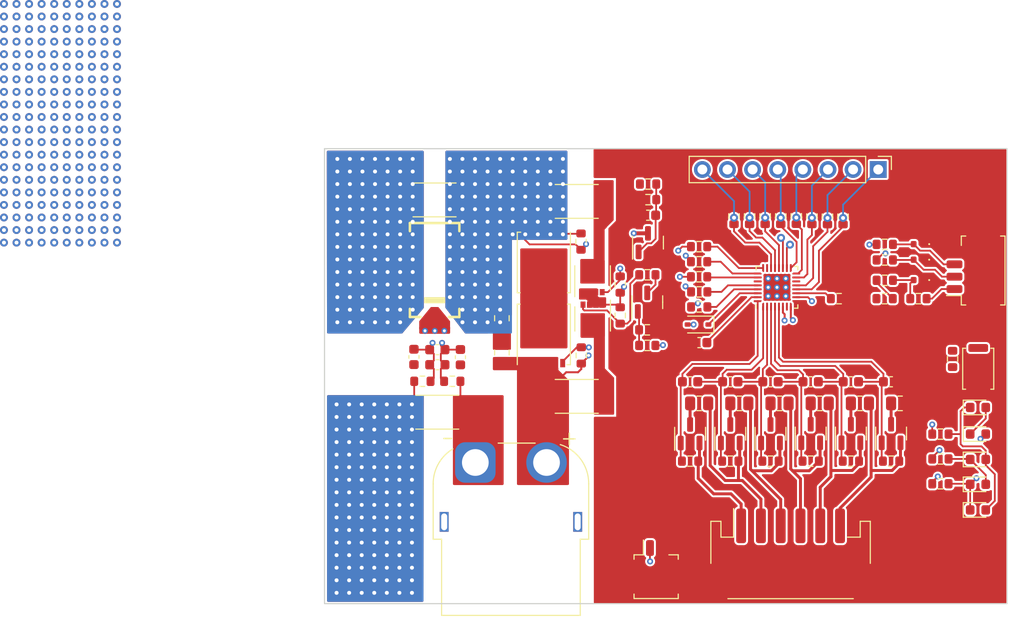
<source format=kicad_pcb>
(kicad_pcb (version 20221018) (generator pcbnew)
  (layers (0 "F.Cu" signal) (1 "In1.Cu" signal) (2 "In2.Cu" signal) (31 "B.Cu" signal) (34 "B.Paste" user) (35 "F.Paste" user) (36 "B.SilkS" user "B.Silkscreen") (37 "F.SilkS" user "F.Silkscreen") (38 "B.Mask" user) (39 "F.Mask" user) (44 "Edge.Cuts" user))
  (net 0 "")
  (net 1 "/VC6")
  (net 2 "/VC5")
  (net 3 "/VC4")
  (net 4 "/VC3")
  (net 5 "/VC2")
  (net 6 "/VC1")
  (net 7 "GND")
  (net 8 "Net-(Q7-G)")
  (net 9 "Net-(U1-PBI)")
  (net 10 "Net-(C11-Pad1)")
  (net 11 "/SR_P")
  (net 12 "/PACK+")
  (net 13 "/SR_N")
  (net 14 "Net-(D1-K)")
  (net 15 "/BAT+")
  (net 16 "Net-(D2-A2)")
  (net 17 "Net-(D3-A2)")
  (net 18 "Net-(D4-A2)")
  (net 19 "/LEDCNTLC")
  (net 20 "Net-(D5-A)")
  (net 21 "/LEDCNTLA")
  (net 22 "/LEDCNTLB")
  (net 23 "Net-(Q7-D)")
  (net 24 "/TS1")
  (net 25 "/25.2V")
  (net 26 "Net-(Q1-D)")
  (net 27 "/21.0V")
  (net 28 "Net-(Q2-D)")
  (net 29 "/16.8V")
  (net 30 "Net-(Q3-D)")
  (net 31 "/12.6V")
  (net 32 "Net-(Q4-D)")
  (net 33 "/8.4V")
  (net 34 "Net-(Q5-D)")
  (net 35 "/4.2V")
  (net 36 "Net-(Q6-D)")
  (net 37 "Net-(Q12-D)")
  (net 38 "Net-(Q8-G)")
  (net 39 "Net-(Q9-G)")
  (net 40 "Net-(Q9-D)")
  (net 41 "Net-(Q10-G)")
  (net 42 "Net-(Q10-D)")
  (net 43 "/PDSG")
  (net 44 "Net-(Q11-D)")
  (net 45 "Net-(Q12-G)")
  (net 46 "/FUSE")
  (net 47 "/CHG")
  (net 48 "/PCHG")
  (net 49 "/VCC")
  (net 50 "/PACK-")
  (net 51 "/DSG")
  (net 52 "/PIN22")
  (net 53 "/PIN21")
  (net 54 "/PIN20")
  (net 55 "/PIN13")
  (net 56 "/PRES")
  (net 57 "/PIN16")
  (net 58 "/PIN17")
  (net 59 "/PIN15")
  (net 60 "/PIN12")
  (net 61 "/SMBC")
  (net 62 "/SMBD")
  (net 63 "/DISP")
  (net 64 "/TS2")
  (net 67 "/PACK")
  (net 69 "Net-(C9-Pad1)")
  (net 70 "Net-(J2-Pin_1)")
  (footprint "Resistor_SMD:R_0603_1608Metric" (layer "F.Cu") (at 141.4018 106.807 90)
    (fp_text reference "R31" hide)
    (fp_text value "0R")
  )
  (footprint "Connector_JST:JST_PH_S6B-PH-SM4-TB_1x06-1MP_P2.00mm_Horizontal" (layer "F.Cu") (at 147.1206 140.9872)
    (fp_text reference "J3" hide)
    (fp_text value "Conn_01x06_MountingPin")
  )
  (footprint "Resistor_SMD:R_0603_1608Metric" (layer "F.Cu") (at 132.6286 118.3178 180)
    (fp_text reference "R28" hide)
    (fp_text value "10M")
  )
  (footprint "Resistor_SMD:R_2512_6332Metric" (layer "F.Cu") (at 111.3951 126.6444)
    (fp_text reference "R24" hide)
    (fp_text value "3mR")
  )
  (footprint "Resistor_SMD:R_0603_1608Metric" (layer "F.Cu") (at 132.7128 105.1537 180)
    (fp_text reference "R14" hide)
    (fp_text value "5.1K")
  )
  (footprint "Resistor_SMD:R_2512_6332Metric" (layer "F.Cu") (at 111.125 105.1814)
    (fp_text reference "R13" hide)
    (fp_text value "0R/NC")
  )
  (footprint "Resistor_SMD:R_0805_2012Metric" (layer "F.Cu") (at 141.9371 125.7516)
    (fp_text reference "R2" hide)
    (fp_text value "43R")
  )
  (footprint "LED_SMD:LED_0603_1608Metric" (layer "F.Cu") (at 166.0653 136.5242)
    (fp_text reference "D9" hide)
    (fp_text value "LED")
  )
  (footprint "Capacitor_SMD:C_0603_1608Metric" (layer "F.Cu") (at 111.4044 120.3198)
    (fp_text reference "C12" hide)
    (fp_text value "100pF")
  )
  (footprint "Connector_Molex:Molex_PicoBlade_53261-0471_1x04-1MP_P1.25mm_Horizontal" (layer "F.Cu") (at 166.0906 112.3188 90)
    (fp_text reference "J2" hide)
    (fp_text value "Conn_01x03")
  )
  (footprint "Resistor_SMD:R_0603_1608Metric" (layer "F.Cu") (at 152.019 115.1636)
    (fp_text reference "TH1" hide)
    (fp_text value "10K@25°C")
  )
  (footprint "Capacitor_SMD:C_0603_1608Metric" (layer "F.Cu") (at 149.1526 123.5672)
    (fp_text reference "C4" hide)
    (fp_text value "100nF")
  )
  (footprint "BQ40Z80_Footprints:SolderWirePad_1x01_SMD_14x6mm" (layer "F.Cu") (at 103.5 134.5)
    (fp_text reference "TP8" hide)
    (fp_text value "BAT-")
  )
  (footprint "Resistor_SMD:R_0603_1608Metric" (layer "F.Cu") (at 137.8712 109.9058)
    (fp_text reference "R21" hide)
    (fp_text value "100R")
  )
  (footprint "Resistor_SMD:R_0603_1608Metric" (layer "F.Cu") (at 163.4998 121.2596 -90)
    (fp_text reference "R46" hide)
    (fp_text value "NC")
  )
  (footprint "Connector_AMASS:AMASS_XT60PW-F_1x02_P7.20mm_Horizontal" (layer "F.Cu") (at 115.2466 131.7292 180)
    (fp_text reference "J5" hide)
    (fp_text value "Conn_01x02_MountingPin")
  )
  (footprint "Diode_SMD:D_0402_1005Metric" (layer "F.Cu") (at 160.0454 111.2266 180)
    (fp_text reference "D3" hide)
    (fp_text value "D_TVS")
  )
  (footprint "Resistor_SMD:R_0603_1608Metric" (layer "F.Cu") (at 125.9332 109.3978 -90)
    (fp_text reference "R16" hide)
    (fp_text value "10M")
  )
  (footprint "Resistor_SMD:R_0603_1608Metric" (layer "F.Cu") (at 129.8956 116.863 -90)
    (fp_text reference "R23" hide)
    (fp_text value "10M")
  )
  (footprint "Capacitor_SMD:C_0603_1608Metric" (layer "F.Cu") (at 157.2806 123.5672)
    (fp_text reference "C6" hide)
    (fp_text value "100nF")
  )
  (footprint "Capacitor_SMD:C_0603_1608Metric" (layer "F.Cu") (at 145.0886 123.5672)
    (fp_text reference "C3" hide)
    (fp_text value "100nF")
  )
  (footprint "Resistor_SMD:R_0805_2012Metric" (layer "F.Cu") (at 137.875 125.7516)
    (fp_text reference "R1" hide)
    (fp_text value "43R")
  )
  (footprint "Diode_SMD:D_0402_1005Metric" (layer "F.Cu") (at 160.0454 113.284 180)
    (fp_text reference "D2" hide)
    (fp_text value "D_TVS")
  )
  (footprint "Capacitor_SMD:C_0603_1608Metric" (layer "F.Cu") (at 111.4044 121.8438)
    (fp_text reference "C13" hide)
    (fp_text value "100nF")
  )
  (footprint "Capacitor_SMD:C_0603_1608Metric" (layer "F.Cu") (at 137.8842 119.6086 180)
    (fp_text reference "C8" hide)
    (fp_text value "2.2uF")
  )
  (footprint "Package_TO_SOT_SMD:SOT-23" (layer "F.Cu") (at 132.6286 115.5215 90)
    (fp_text reference "Q11" hide)
    (fp_text value "2N7002")
  )
  (footprint "Diode_SMD:D_0402_1005Metric" (layer "F.Cu") (at 160.0454 109.6518 180)
    (fp_text reference "D4" hide)
    (fp_text value "D_TVS")
  )
  (footprint "Resistor_SMD:R_0603_1608Metric" (layer "F.Cu") (at 156.6418 109.6772)
    (fp_text reference "R42" hide)
    (fp_text value "200R")
  )
  (footprint "Package_TO_SOT_SMD:SOT-23" (layer "F.Cu") (at 141.0246 128.825 90)
    (fp_text reference "Q2" hide)
    (fp_text value "AO3401A")
  )
  (footprint "Resistor_SMD:R_0805_2012Metric" (layer "F.Cu") (at 154.131 125.7516)
    (fp_text reference "R5" hide)
    (fp_text value "43R")
  )
  (footprint "Package_TO_SOT_SMD:TDSON-8-1" (layer "F.Cu") (at 122.174 118.7798 90)
    (fp_text reference "Q12" hide)
    (fp_text value "CSD18540Q5B")
  )
  (footprint "Package_TO_SOT_SMD:SOT-23" (layer "F.Cu") (at 149.1526 128.7996 90)
    (fp_text reference "Q4" hide)
    (fp_text value "AO3401A")
  )
  (footprint "Package_DFN_QFN:QFN-32-1EP_4x4mm_P0.4mm_EP2.65x2.65mm" (layer "F.Cu") (at 145.7448 114.0202 90)
    (fp_text reference "U1" hide)
    (fp_text value "BQ40Z80RSMR")
  )
  (footprint "Resistor_SMD:R_0603_1608Metric" (layer "F.Cu") (at 132.6286 119.8926 180)
    (fp_text reference "R47" hide)
    (fp_text value "NC")
  )
  (footprint "Resistor_SMD:R_0603_1608Metric" (layer "F.Cu") (at 112.9152 123.5202)
    (fp_text reference "R26" hide)
    (fp_text value "100R")
  )
  (footprint "Package_TO_SOT_SMD:TDSON-8-1" (layer "F.Cu") (at 122.174 111.506 -90)
    (fp_text reference "Q8" hide)
    (fp_text value "CSD18540Q5B")
  )
  (footprint "LED_SMD:LED_0603_1608Metric" (layer "F.Cu") (at 166.0653 133.9342)
    (fp_text reference "D8" hide)
    (fp_text value "LED")
  )
  (footprint "Package_TO_SOT_SMD:SOT-23" (layer "F.Cu") (at 136.9606 128.825 90)
    (fp_text reference "Q1" hide)
    (fp_text value "AO3401A")
  )
  (footprint "Resistor_SMD:R_0603_1608Metric" (layer "F.Cu") (at 132.7128 103.5789 180)
    (fp_text reference "R15" hide)
    (fp_text value "5.1K")
  )
  (footprint "Button_Switch_SMD:SW_Push_SPST_NO_Alps_SKRK" (layer "F.Cu") (at 166.0906 122.2502 -90)
    (fp_text reference "SW1" hide)
    (fp_text value "SW_Push")
  )
  (footprint "Resistor_SMD:R_0603_1608Metric" (layer "F.Cu") (at 125.9586 120.904 90)
    (fp_text reference "R30" hide)
    (fp_text value "10M")
  )
  (footprint "Resistor_SMD:R_0603_1608Metric" (layer "F.Cu") (at 160.0454 115.1636)
    (fp_text reference "R38" hide)
    (fp_text value "1K")
  )
  (footprint "Package_SON:VSON-8_3.3x3.3mm_P0.65mm_NexFET" (layer "F.Cu") (at 127.102 113.067 90)
    (fp_text reference "Q9" hide)
    (fp_text value "AON6411")
  )
  (footprint "Connector_Molex:Molex_PicoBlade_53261-0271_1x02-1MP_P1.25mm_Horizontal" (layer "F.Cu") (at 133.5278 142.7734)
    (fp_text reference "J1" hide)
    (fp_text value "Conn_01x02")
  )
  (footprint "Capacitor_SMD:C_0603_1608Metric" (layer "F.Cu") (at 153.2166 123.5672)
    (fp_text reference "C5" hide)
    (fp_text value "100nF")
  )
  (footprint "Resistor_SMD:R_0603_1608Metric" (layer "F.Cu") (at 156.6418 111.252)
    (fp_text reference "R41" hide)
    (fp_text value "200R")
  )
  (footprint "Resistor_SMD:R_0603_1608Metric" (layer "F.Cu") (at 152.4254 106.8334 90)
    (fp_text reference "R40" hide)
    (fp_text value "0R")
  )
  (footprint "Resistor_SMD:R_0603_1608Metric" (layer "F.Cu") (at 149.1526 131.5936 180)
    (fp_text reference "R10" hide)
    (fp_text value "1K")
  )
  (footprint "BQ40Z80_Footprints:SolderWirePad_1x01_SMD_14x6mm" (layer "F.Cu") (at 103.5 111.5)
    (fp_text reference "TP1" hide)
    (fp_text value "BAT+")
  )
  (footprint "Resistor_SMD:R_0603_1608Metric" (layer "F.Cu") (at 141.0246 131.5936 180)
    (fp_text reference "R8" hide)
    (fp_text value "1K")
  )
  (footprint "Resistor_SMD:R_0603_1608Metric" (layer "F.Cu") (at 137.8712 111.4298)
    (fp_text reference "R49" hide)
    (fp_text value "1K")
  )
  (footprint "LED_SMD:LED_0603_1608Metric" (layer "F.Cu") (at 166.0652 131.4196)
    (fp_text reference "D7" hide)
    (fp_text value "LED")
  )
  (footprint "Resistor_SMD:R_0603_1608Metric" (layer "F.Cu") (at 132.6388 112.7506 180)
    (fp_text reference "R25" hide)
    (fp_text value "10M")
  )
  (footprint "Connector_PinHeader_2.54mm:PinHeader_1x08_P2.54mm_Vertical" (layer "F.Cu") (at 155.9814 102.108 -90)
    (fp_text reference "J4" hide)
    (fp_text value "Conn_01x08")
  )
  (footprint "BQ40Z80_Footprints:FUSE-SMD_3P-L9.5-W5.0" (layer "F.Cu") (at 111.1324 114.7064 90)
    (fp_text reference "F1" hide)
    (fp_text value "SFK-3045" hide)
  )
  (footprint "Resistor_SMD:R_0603_1608Metric" (layer "F.Cu") (at 147.701 106.7948 90)
    (fp_text reference "R36" hide)
    (fp_text value "0R")
  )
  (footprint "Diode_SMD:D_SOD-323" (layer "F.Cu") (at 137.761 117.7798 180)
    (fp_text reference "D1" hide)
    (fp_text value "1N5819WS")
  )
  (footprint "Resistor_SMD:R_0603_1608Metric" (layer "F.Cu") (at 144.5514 106.807 90)
    (fp_text reference "R33" hide)
    (fp_text value "0R")
  )
  (footprint "Resistor_SMD:R_0603_1608Metric" (layer "F.Cu") (at 162.2684 133.8788)
    (fp_text reference "R45" hide)
    (fp_text value "NC")
  )
  (footprint "Capacitor_SMD:C_0603_1608Metric" (layer "F.Cu") (at 141.0246 123.5672)
    (fp_text reference "C2" hide)
    (fp_text value "100nF")
  )
  (footprint "Resistor_SMD:R_0603_1608Metric" (layer "F.Cu") (at 153.2166 131.5936 180)
    (fp_text reference "R11" hide)
    (fp_text value "1K")
  )
  (footprint "Capacitor_SMD:C_0603_1608Metric" (layer "F.Cu") (at 109.0412 121.0564 90)
    (fp_text reference "C10" hide)
    (fp_text value "NC")
  )
  (footprint "Resistor_SMD:R_0603_1608Metric" (layer "F.Cu") (at 149.2758 106.8202 90)
    (fp_text reference "R39" hide)
    (fp_text value "0R")
  )
  (footprint "Capacitor_SMD:C_0603_1608Metric" (layer "F.Cu") (at 136.9606 123.5672)
    (fp_text reference "C1" hide)
    (fp_text value "100nF")
  )
  (footprint "Resistor_SMD:R_0603_1608Metric" (layer "F.Cu") (at 156.6418 113.3094)
    (fp_text reference "R35" hide)
    (fp_text value "200R")
  )
  (footprint "LED_SMD:LED_0603_1608Metric" (layer "F.Cu") (at 166.0653 126.1642)
    (fp_text reference "D5" hide)
    (fp_text value "LED")
  )
  (footprint "Resistor_SMD:R_0603_1608Metric" (layer "F.Cu") (at 157.2806 131.5936 180)
    (fp_text reference "R12" hide)
    (fp_text value "1K")
  )
  (footprint "LED_SMD:LED_0603_1608Metric" (layer "F.Cu") (at 166.0652 128.8558)
    (fp_text reference "D6" hide)
    (fp_text value "LED")
  )
  (footprint "Resistor_SMD:R_0603_1608Metric" (layer "F.Cu") (at 136.9606 131.5936 180)
    (fp_text reference "R7" hide)
    (fp_text value "1K")
  )
  (footprint "Capacitor_SMD:C_0603_1608Metric" (layer "F.Cu") (at 113.7402 121.0818 90)
    (fp_text reference "C14" hide)
    (fp_text value "NC")
  )
  (footprint "Resistor_SMD:R_0603_1608Metric" (layer "F.Cu") (at 109.8936 123.5202 180)
    (fp_text reference "R22" hide)
    (fp_text value "100R")
  )
  (footprint "Package_TO_SOT_SMD:SOT-23" (layer "F.Cu") (at 157.2806 128.7996 90)
    (fp_text reference "Q6" hide)
    (fp_text value "AO3401A")
  )
  (footprint "Resistor_SMD:R_2512_6332Metric" (layer "F.Cu") (at 125.5014 105.3338)
    (fp_text reference "R17" hide)
    (fp_text value "100R/2W")
  )
  (footprint "Resistor_SMD:R_0603_1608Metric" (layer "F.Cu") (at 146.1262 106.807 90)
    (fp_text reference "R37" hide)
    (fp_text value "0R")
  )
  (footprint "Resistor_SMD:R_0603_1608Metric" (layer "F.Cu") (at 137.8842 114.4778)
    (fp_text reference "R19" hide)
    (fp_text value "5.1K")
  )
  (footprint "Resistor_SMD:R_0603_1608Metric" (layer "F.Cu") (at 137.8842 116.0018)
    (fp_text reference "R18" hide)
    (fp_text value "5.1K")
  )
  (footprint "Resistor_SMD:R_0603_1608Metric" (layer "F.Cu") (at 156.6286 115.1636)
    (fp_text reference "R48" hide)
    (fp_text value "NC")
  )
  (footprint "Resistor_SMD:R_0603_1608Metric" (layer "F.Cu") (at 150.8506 106.8334 90)
    (fp_text reference "R34" hide)
    (fp_text value "0R")
  )
  (footprint "Resistor_SMD:R_0805_2012Metric" (layer "F.Cu") (at 146.003 125.7516)
    (fp_text reference "R3" hide)
    (fp_text value "43R")
  )
  (footprint "Resistor_SMD:R_0603_1608Metric" (layer "F.Cu") (at 137.8712 112.9538)
    (fp_text reference "R27" hide)
    (fp_text value "5.1K")
  )
  (footprint "Package_TO_SOT_SMD:SOT-23" (layer "F.Cu") (at 153.2166 128.7996 90)
    (fp_text reference "Q5" hide)
    (fp_text value "AO3401A")
  )
  (footprint "Resistor_SMD:R_0603_1608Metric" (layer "F.Cu") (at 145.0886 131.5936 180)
    (fp_text reference "R9" hide)
    (fp_text value "1K")
  )
  (footprint "Capacitor_SMD:C_0805_2012Metric" (layer "F.Cu") (at 117.9322 120.6094 -90)
    (fp_text reference "C11" hide)
    (fp_text value "100nF")
  )
  (footprint "Package_SON:VSON-8_3.3x3.3mm_P0.65mm_NexFET" (layer "F.Cu") (at 127.1064 117.2132 -90)
    (fp_text reference "Q10" hide)
    (fp_text value "AON6411")
  )
  (footprint "Capacitor_SMD:C_0805_2012Metric" (layer "F.Cu") (at 117.9322 117.1448 -90)
    (fp_text reference "C9" hide)
    (fp_text value "100nF")
  )
  (footprint "Package_TO_SOT_SMD:SOT-23" (layer "F.Cu") (at 145.0886 128.825 90)
    (fp_text reference "Q3" hide)
    (fp_text value "AO3401A")
  )
  (footprint "Package_TO_SOT_SMD:SOT-23" (layer "F.Cu") (at 132.7026 109.4994 90)
    (fp_text reference "Q7" hide)
    (fp_text value "DMN6075S")
  )
  (footprint "Resistor_SMD:R_0603_1608Metric" (layer "F.Cu") (at 129.8956 113.7398 -90)
    (fp_text reference "R20" hide)
    (fp_text value "10M")
  )
  (footprint "Resistor_SMD:R_0603_1608Metric" (layer "F.Cu") (at 162.2684 128.8588)
    (fp_text reference "R43" hide)
    (fp_text value "NC")
  )
  (footprint "Resistor_SMD:R_0805_2012Metric" (layer "F.Cu") (at 158.195 125.7516)
    (fp_text reference "R6" hide)
    (fp_text value "43R")
  )
  (footprint "Resistor_SMD:R_0805_2012Metric" (layer "F.Cu") (at 150.067 125.7516)
    (fp_text reference "R4" hide)
    (fp_text value "43R")
  )
  (footprint "Resistor_SMD:R_0603_1608Metric" (layer "F.Cu") (at 162.2684 131.3688)
    (fp_text reference "R44" hide)
    (fp_text value "NC")
  )
  (footprint "Resistor_SMD:R_0603_1608Metric" (layer "F.Cu") (at 142.9766 106.807 90)
    (fp_text reference "R32" hide)
    (fp_text value "0R")
  )
  (footprint "Capacitor_SMD:C_0603_1608Metric" (layer "F.Cu") (at 132.7026 106.7308 180)
    (fp_text reference "C7" hide)
    (fp_text value "100nF")
  )
  (footprint "Resistor_SMD:R_2512_6332Metric" (layer "F.Cu") (at 125.5014 125.0442 180)
    (fp_text reference "R29" hide)
    (fp_text value "100R/2W")
  )
  (gr_rect locked (start 100 100) (end 169 146) (stroke (width 0.12)) (fill none) (layer "Edge.Cuts"))
  (via (at 68.8594 103.1494) (size 0.8) (drill 0.4) (layers "F.Cu" "B.Cu") (net 0))
  (via (at 103.759 142.367) (size 0.8) (drill 0.4) (layers "F.Cu" "B.Cu") (net 0))
  (via (at 68.8594 96.7994) (size 0.8) (drill 0.4) (layers "F.Cu" "B.Cu") (net 0))
  (via (at 115.2144 109.9312) (size 0.8) (drill 0.4) (layers "F.Cu" "B.Cu") (net 0))
  (via (at 108.839 134.747) (size 0.8) (drill 0.4) (layers "F.Cu" "B.Cu") (net 0))
  (via (at 121.5644 101.0412) (size 0.8) (drill 0.4) (layers "F.Cu" "B.Cu") (net 0))
  (via (at 68.8594 87.9094) (size 0.8) (drill 0.4) (layers "F.Cu" "B.Cu") (net 0))
  (via (at 79.0194 92.9894) (size 0.8) (drill 0.4) (layers "F.Cu" "B.Cu") (net 0))
  (via (at 79.0194 109.4994) (size 0.8) (drill 0.4) (layers "F.Cu" "B.Cu") (net 0))
  (via (at 121.5644 103.5812) (size 0.8) (drill 0.4) (layers "F.Cu" "B.Cu") (net 0))
  (via (at 116.4844 117.5512) (size 0.8) (drill 0.4) (layers "F.Cu" "B.Cu") (net 0))
  (via (at 124.1044 102.3112) (size 0.8) (drill 0.4) (layers "F.Cu" "B.Cu") (net 0))
  (via (at 67.5894 96.7994) (size 0.8) (drill 0.4) (layers "F.Cu" "B.Cu") (net 0))
  (via (at 73.9394 99.3394) (size 0.8) (drill 0.4) (layers "F.Cu" "B.Cu") (net 0))
  (via (at 76.4794 94.2594) (size 0.8) (drill 0.4) (layers "F.Cu" "B.Cu") (net 0))
  (via (at 73.9394 103.1494) (size 0.8) (drill 0.4) (layers "F.Cu" "B.Cu") (net 0))
  (via (at 107.569 137.287) (size 0.8) (drill 0.4) (layers "F.Cu" "B.Cu") (net 0))
  (via (at 73.9394 89.1794) (size 0.8) (drill 0.4) (layers "F.Cu" "B.Cu") (net 0))
  (via (at 76.4794 98.0694) (size 0.8) (drill 0.4) (layers "F.Cu" "B.Cu") (net 0))
  (via (at 119.0244 104.8512) (size 0.8) (drill 0.4) (layers "F.Cu" "B.Cu") (net 0))
  (via (at 108.839 144.907) (size 0.8) (drill 0.4) (layers "F.Cu" "B.Cu") (net 0))
  (via (at 67.5894 106.9594) (size 0.8) (drill 0.4) (layers "F.Cu" "B.Cu") (net 0))
  (via (at 116.4844 112.4712) (size 0.8) (drill 0.4) (layers "F.Cu" "B.Cu") (net 0))
  (via (at 79.0194 103.1494) (size 0.8) (drill 0.4) (layers "F.Cu" "B.Cu") (net 0))
  (via (at 79.0194 105.6894) (size 0.8) (drill 0.4) (layers "F.Cu" "B.Cu") (net 0))
  (via (at 67.5894 90.4494) (size 0.8) (drill 0.4) (layers "F.Cu" "B.Cu") (net 0))
  (via (at 107.6452 113.7412) (size 0.8) (drill 0.4) (layers "F.Cu" "B.Cu") (net 0))
  (via (at 73.9394 104.4194) (size 0.8) (drill 0.4) (layers "F.Cu" "B.Cu") (net 0))
  (via (at 115.2144 104.8512) (size 0.8) (drill 0.4) (layers "F.Cu" "B.Cu") (net 0))
  (via (at 108.839 138.557) (size 0.8) (drill 0.4) (layers "F.Cu" "B.Cu") (net 0))
  (via (at 116.4844 113.7412) (size 0.8) (drill 0.4) (layers "F.Cu" "B.Cu") (net 0))
  (via (at 79.0194 87.9094) (size 0.8) (drill 0.4) (layers "F.Cu" "B.Cu") (net 0))
  (via (at 68.8594 101.8794) (size 0.8) (drill 0.4) (layers "F.Cu" "B.Cu") (net 0))
  (via (at 73.9394 87.9094) (size 0.8) (drill 0.4) (layers "F.Cu" "B.Cu") (net 0))
  (via (at 120.2944 103.5812) (size 0.8) (drill 0.4) (layers "F.Cu" "B.Cu") (net 0))
  (via (at 67.5894 104.4194) (size 0.8) (drill 0.4) (layers "F.Cu" "B.Cu") (net 0))
  (via (at 101.2952 102.3112) (size 0.8) (drill 0.4) (layers "F.Cu" "B.Cu") (net 0))
  (via (at 70.1294 108.2294) (size 0.8) (drill 0.4) (layers "F.Cu" "B.Cu") (net 0))
  (via (at 79.0194 94.2594) (size 0.8) (drill 0.4) (layers "F.Cu" "B.Cu") (net 0))
  (via (at 79.0194 89.1794) (size 0.8) (drill 0.4) (layers "F.Cu" "B.Cu") (net 0))
  (via (at 107.6452 101.0412) (size 0.8) (drill 0.4) (layers "F.Cu" "B.Cu") (net 0))
  (via (at 71.3994 85.3694) (size 0.8) (drill 0.4) (layers "F.Cu" "B.Cu") (net 0))
  (via (at 79.0194 106.9594) (size 0.8) (drill 0.4) (layers "F.Cu" "B.Cu") (net 0))
  (via (at 75.2094 95.5294) (size 0.8) (drill 0.4) (layers "F.Cu" "B.Cu") (net 0))
  (via (at 73.9394 90.4494) (size 0.8) (drill 0.4) (layers "F.Cu" "B.Cu") (net 0))
  (via (at 124.1044 101.0412) (size 0.8) (drill 0.4) (layers "F.Cu" "B.Cu") (net 0))
  (via (at 119.0244 106.1212) (size 0.8) (drill 0.4) (layers "F.Cu" "B.Cu") (net 0))
  (via (at 67.5894 86.6394) (size 0.8) (drill 0.4) (layers "F.Cu" "B.Cu") (net 0))
  (via (at 77.7494 103.1494) (size 0.8) (drill 0.4) (layers "F.Cu" "B.Cu") (net 0))
  (via (at 68.8594 109.4994) (size 0.8) (drill 0.4) (layers "F.Cu" "B.Cu") (net 0))
  (via (at 71.3994 94.2594) (size 0.8) (drill 0.4) (layers "F.Cu" "B.Cu") (net 0))
  (via (at 75.2094 103.1494) (size 0.8) (drill 0.4) (layers "F.Cu" "B.Cu") (net 0))
  (via (at 70.1294 89.1794) (size 0.8) (drill 0.4) (layers "F.Cu" "B.Cu") (net 0))
  (via (at 72.6694 87.9094) (size 0.8) (drill 0.4) (layers "F.Cu" "B.Cu") (net 0))
  (via (at 70.1294 100.6094) (size 0.8) (drill 0.4) (layers "F.Cu" "B.Cu") (net 0))
  (via (at 117.7544 107.3912) (size 0.8) (drill 0.4) (layers "F.Cu" "B.Cu") (net 0))
  (via (at 75.2094 108.2294) (size 0.8) (drill 0.4) (layers "F.Cu" "B.Cu") (net 0))
  (via (at 107.569 134.747) (size 0.8) (drill 0.4) (layers "F.Cu" "B.Cu") (net 0))
  (via (at 108.839 129.667) (size 0.8) (drill 0.4) (layers "F.Cu" "B.Cu") (net 0))
  (via (at 112.6744 106.1212) (size 0.8) (drill 0.4) (layers "F.Cu" "B.Cu") (net 0))
  (via (at 76.4794 90.4494) (size 0.8) (drill 0.4) (layers "F.Cu" "B.Cu") (net 0))
  (via (at 79.0194 104.4194) (size 0.8) (drill 0.4) (layers "F.Cu" "B.Cu") (net 0))
  (via (at 117.7544 103.5812) (size 0.8) (drill 0.4) (layers "F.Cu" "B.Cu") (net 0))
  (via (at 67.5894 85.3694) (size 0.8) (drill 0.4) (layers "F.Cu" "B.Cu") (net 0))
  (via (at 124.1044 103.5812) (size 0.8) (drill 0.4) (layers "F.Cu" "B.Cu") (net 0))
  (via (at 108.839 130.937) (size 0.8) (drill 0.4) (layers "F.Cu" "B.Cu") (net 0))
  (via (at 102.489 125.857) (size 0.8) (drill 0.4) (layers "F.Cu" "B.Cu") (net 0))
  (via (at 117.7544 104.8512) (size 0.8) (drill 0.4) (layers "F.Cu" "B.Cu") (net 0))
  (via (at 68.8594 108.2294) (size 0.8) (drill 0.4) (layers "F.Cu" "B.Cu") (net 0))
  (via (at 112.6744 101.0412) (size 0.8) (drill 0.4) (layers "F.Cu" "B.Cu") (net 0))
  (via (at 72.6694 85.3694) (size 0.8) (drill 0.4) (layers "F.Cu" "B.Cu") (net 0))
  (via (at 105.1052 102.3112) (size 0.8) (drill 0.4) (layers "F.Cu" "B.Cu") (net 0))
  (via (at 71.3994 103.1494) (size 0.8) (drill 0.4) (layers "F.Cu" "B.Cu") (net 0))
  (via (at 105.029 144.907) (size 0.8) (drill 0.4) (layers "F.Cu" "B.Cu") (net 0))
  (via (at 120.2944 102.3112) (size 0.8) (drill 0.4) (layers "F.Cu" "B.Cu") (net 0))
  (via (at 70.1294 109.4994) (size 0.8) (drill 0.4) (layers "F.Cu" "B.Cu") (net 0))
  (via (at 79.0194 90.4494) (size 0.8) (drill 0.4) (layers "F.Cu" "B.Cu") (net 0))
  (via (at 73.9394 105.6894) (size 0.8) (drill 0.4) (layers "F.Cu" "B.Cu") (net 0))
  (via (at 107.6452 117.5512) (size 0.8) (drill 0.4) (layers "F.Cu" "B.Cu") (net 0))
  (via (at 76.4794 89.1794) (size 0.8) (drill 0.4) (layers "F.Cu" "B.Cu") (net 0))
  (via (at 76.4794 104.4194) (size 0.8) (drill 0.4) (layers "F.Cu" "B.Cu") (net 0))
  (via (at 73.9394 106.9594) (size 0.8) (drill 0.4) (layers "F.Cu" "B.Cu") (net 0))
  (via (at 73.9394 109.4994) (size 0.8) (drill 0.4) (layers "F.Cu" "B.Cu") (net 0))
  (via (at 71.3994 90.4494) (size 0.8) (drill 0.4) (layers "F.Cu" "B.Cu") (net 0))
  (via (at 71.3994 101.8794) (size 0.8) (drill 0.4) (layers "F.Cu" "B.Cu") (net 0))
  (via (at 67.5894 108.2294) (size 0.8) (drill 0.4) (layers "F.Cu" "B.Cu") (net 0))
  (via (at 72.6694 89.1794) (size 0.8) (drill 0.4) (layers "F.Cu" "B.Cu") (net 0))
  (via (at 79.0194 101.8794) (size 0.8) (drill 0.4) (layers "F.Cu" "B.Cu") (net 0))
  (via (at 102.489 143.637) (size 0.8) (drill 0.4) (layers "F.Cu" "B.Cu") (net 0))
  (via (at 108.839 141.097) (size 0.8) (drill 0.4) (layers "F.Cu" "B.Cu") (net 0))
  (via (at 75.2094 99.3394) (size 0.8) (drill 0.4) (layers "F.Cu" "B.Cu") (net 0))
  (via (at 107.569 142.367) (size 0.8) (drill 0.4) (layers "F.Cu" "B.Cu") (net 0))
  (via (at 68.8594 89.1794) (size 0.8) (drill 0.4) (layers "F.Cu" "B.Cu") (net 0))
  (via (at 108.9152 107.3912) (size 0.8) (drill 0.4) (layers "F.Cu" "B.Cu") (net 0))
  (via (at 77.7494 90.4494) (size 0.8) (drill 0.4) (layers "F.Cu" "B.Cu") (net 0))
  (via (at 117.7544 115.0112) (size 0.8) (drill 0.4) (layers "F.Cu" "B.Cu") (net 0))
  (via (at 107.6452 102.3112) (size 0.8) (drill 0.4) (layers "F.Cu" "B.Cu") (net 0))
  (via (at 108.839 132.207) (size 0.8) (drill 0.4) (layers "F.Cu" "B.Cu") (net 0))
  (via (at 68.8594 98.0694) (size 0.8) (drill 0.4) (layers "F.Cu" "B.Cu") (net 0))
  (via (at 115.2144 108.6612) (size 0.8) (drill 0.4) (layers "F.Cu" "B.Cu") (net 0))
  (via (at 113.9444 102.3112) (size 0.8) (drill 0.4) (layers "F.Cu" "B.Cu") (net 0))
  (via (at 112.6744 104.8512) (size 0.8) (drill 0.4) (layers "F.Cu" "B.Cu") (net 0))
  (via (at 107.569 139.827) (size 0.8) (drill 0.4) (layers "F.Cu" "B.Cu") (net 0))
  (via (at 71.3994 95.5294) (size 0.8) (drill 0.4) (layers "F.Cu" "B.Cu") (net 0))
  (via (at 76.4794 95.5294) (size 0.8) (drill 0.4) (layers "F.Cu" "B.Cu") (net 0))
  (via (at 79.0194 95.5294) (size 0.8) (drill 0.4) (layers "F.Cu" "B.Cu") (net 0))
  (via (at 70.1294 98.0694) (size 0.8) (drill 0.4) (layers "F.Cu" "B.Cu") (net 0))
  (via (at 71.3994 108.2294) (size 0.8) (drill 0.4) (layers "F.Cu" "B.Cu") (net 0))
  (via (at 119.0244 108.6612) (size 0.8) (drill 0.4) (layers "F.Cu" "B.Cu") (net 0))
  (via (at 79.0194 98.0694) (size 0.8) (drill 0.4) (layers "F.Cu" "B.Cu") (net 0))
  (via (at 73.9394 98.0694) (size 0.8) (drill 0.4) (layers "F.Cu" "B.Cu") (net 0))
  (via (at 115.2144 117.5512) (size 0.8) (drill 0.4) (layers "F.Cu" "B.Cu") (net 0))
  (via (at 107.6452 107.3912) (size 0.8) (drill 0.4) (layers "F.Cu" "B.Cu") (net 0))
  (via (at 116.4844 108.6612) (size 0.8) (drill 0.4) (layers "F.Cu" "B.Cu") (net 0))
  (via (at 73.9394 85.3694) (size 0.8) (drill 0.4) (layers "F.Cu" "B.Cu") (net 0))
  (via (at 76.4794 86.6394) (size 0.8) (drill 0.4) (layers "F.Cu" "B.Cu") (net 0))
  (via (at 71.3994 89.1794) (size 0.8) (drill 0.4) (layers "F.Cu" "B.Cu") (net 0))
  (via (at 107.569 141.097) (size 0.8) (drill 0.4) (layers "F.Cu" "B.Cu") (net 0))
  (via (at 102.5652 102.3112) (size 0.8) (drill 0.4) (layers "F.Cu" "B.Cu") (net 0))
  (via (at 106.299 142.367) (size 0.8) (drill 0.4) (layers "F.Cu" "B.Cu") (net 0))
  (via (at 68.8594 105.6894) (size 0.8) (drill 0.4) (layers "F.Cu" "B.Cu") (net 0))
  (via (at 120.2944 101.0412) (size 0.8) (drill 0.4) (layers "F.Cu" "B.Cu") (net 0))
  (via (at 68.8594 91.7194) (size 0.8) (drill 0.4) (layers "F.Cu" "B.Cu") (net 0))
  (via (at 75.2094 87.9094) (size 0.8) (drill 0.4) (layers "F.Cu" "B.Cu") (net 0))
  (via (at 102.489 144.907) (size 0.8) (drill 0.4) (layers "F.Cu" "B.Cu") (net 0))
  (via (at 67.5894 99.3394) (size 0.8) (drill 0.4) (layers "F.Cu" "B.Cu") (net 0))
  (via (at 75.2094 86.6394) (size 0.8) (drill 0.4) (layers "F.Cu" "B.Cu") (net 0))
  (via (at 77.7494 100.6094) (size 0.8) (drill 0.4) (layers "F.Cu" "B.Cu") (net 0))
  (via (at 67.5894 109.4994) (size 0.8) (drill 0.4) (layers "F.Cu" "B.Cu") (net 0))
  (via (at 119.0244 101.0412) (size 0.8) (drill 0.4) (layers "F.Cu" "B.Cu") (net 0))
  (via (at 108.839 142.367) (size 0.8) (drill 0.4) (layers "F.Cu" "B.Cu") (net 0))
  (via (at 77.7494 98.0694) (size 0.8) (drill 0.4) (layers "F.Cu" "B.Cu") (net 0))
  (via (at 124.1044 107.3912) (size 0.8) (drill 0.4) (layers "F.Cu" "B.Cu") (net 0))
  (via (at 113.9444 107.3912) (size 0.8) (drill 0.4) (layers "F.Cu" "B.Cu") (net 0))
  (via (at 106.3752 101.0412) (size 0.8) (drill 0.4) (layers "F.Cu" "B.Cu") (net 0))
  (via (at 70.1294 87.9094) (size 0.8) (drill 0.4) (layers "F.Cu" "B.Cu") (net 0))
  (via (at 108.839 143.637) (size 0.8) (drill 0.4) (layers "F.Cu" "B.Cu") (net 0))
  (via (at 115.2144 103.5812) (size 0.8) (drill 0.4) (layers "F.Cu" "B.Cu") (net 0))
  (via (at 72.6694 86.6394) (size 0.8) (drill 0.4) (layers "F.Cu" "B.Cu") (net 0))
  (via (at 103.8352 102.3112) (size 0.8) (drill 0.4) (layers "F.Cu" "B.Cu") (net 0))
  (via (at 107.569 138.557) (size 0.8) (drill 0.4) (layers "F.Cu" "B.Cu") (net 0))
  (via (at 73.9394 96.7994) (size 0.8) (drill 0.4) (layers "F.Cu" "B.Cu") (net 0))
  (via (at 77.7494 108.2294) (size 0.8) (drill 0.4) (layers "F.Cu" "B.Cu") (net 0))
  (via (at 113.9444 101.0412) (size 0.8) (drill 0.4) (layers "F.Cu" "B.Cu") (net 0))
  (via (at 70.1294 101.8794) (size 0.8) (drill 0.4) (layers "F.Cu" "B.Cu") (net 0))
  (via (at 107.569 133.477) (size 0.8) (drill 0.4) (layers "F.Cu" "B.Cu") (net 0))
  (via (at 77.7494 91.7194) (size 0.8) (drill 0.4) (layers "F.Cu" "B.Cu") (net 0))
  (via (at 76.4794 87.9094) (size 0.8) (drill 0.4) (layers "F.Cu" "B.Cu") (net 0))
  (via (at 71.3994 109.4994) (size 0.8) (drill 0.4) (layers "F.Cu" "B.Cu") (net 0))
  (via (at 102.5652 103.5812) (size 0.8) (drill 0.4) (layers "F.Cu" "B.Cu") (net 0))
  (via (at 67.5894 94.2594) (size 0.8) (drill 0.4) (layers "F.Cu" "B.Cu") (net 0))
  (via (at 106.299 144.907) (size 0.8) (drill 0.4) (layers "F.Cu" "B.Cu") (net 0))
  (via (at 107.6452 116.2812) (size 0.8) (drill 0.4) (layers "F.Cu" "B.Cu") (net 0))
  (via (at 68.8594 106.9594) (size 0.8) (drill 0.4) (layers "F.Cu" "B.Cu") (net 0))
  (via (at 72.6694 100.6094) (size 0.8) (drill 0.4) (layers "F.Cu" "B.Cu") (net 0))
  (via (at 116.4844 101.0412) (size 0.8) (drill 0.4) (layers "F.Cu" "B.Cu") (net 0))
  (via (at 106.3752 102.3112) (size 0.8) (drill 0.4) (layers "F.Cu" "B.Cu") (net 0))
  (via (at 113.9444 117.5512) (size 0.8) (drill 0.4) (layers "F.Cu" "B.Cu") (net 0))
  (via (at 105.1052 103.5812) (size 0.8) (drill 0.4) (layers "F.Cu" "B.Cu") (net 0))
  (via (at 68.8594 92.9894) (size 0.8) (drill 0.4) (layers "F.Cu" "B.Cu") (net 0))
  (via (at 107.569 144.907) (size 0.8) (drill 0.4) (layers "F.Cu" "B.Cu") (net 0))
  (via (at 67.5894 89.1794) (size 0.8) (drill 0.4) (layers "F.Cu" "B.Cu") (net 0))
  (via (at 116.4844 106.1212) (size 0.8) (drill 0.4) (layers "F.Cu" "B.Cu") (net 0))
  (via (at 72.6694 109.4994) (size 0.8) (drill 0.4) (layers "F.Cu" "B.Cu") (net 0))
  (via (at 75.2094 96.7994) (size 0.8) (drill 0.4) (layers "F.Cu" "B.Cu") (net 0))
  (via (at 120.2944 106.1212) (size 0.8) (drill 0.4) (layers "F.Cu" "B.Cu") (net 0))
  (via (at 103.759 125.857) (size 0.8) (drill 0.4) (layers "F.Cu" "B.Cu") (net 0))
  (via (at 117.7544 108.6612) (size 0.8) (drill 0.4) (layers "F.Cu" "B.Cu") (net 0))
  (via (at 108.839 136.017) (size 0.8) (drill 0.4) (layers "F.Cu" "B.Cu") (net 0))
  (via (at 72.6694 104.4194) (size 0.8) (drill 0.4) (layers "F.Cu" "B.Cu") (net 0))
  (via (at 72.6694 106.9594) (size 0.8) (drill 0.4) (layers "F.Cu" "B.Cu") (net 0))
  (via (at 101.219 142.367) (size 0.8) (drill 0.4) (layers "F.Cu" "B.Cu") (net 0))
  (via (at 106.3752 103.5812) (size 0.8) (drill 0.4) (layers "F.Cu" "B.Cu") (net 0))
  (via (at 67.5894 95.5294) (size 0.8) (drill 0.4) (layers "F.Cu" "B.Cu") (net 0))
  (via (at 72.6694 94.2594) (size 0.8) (drill 0.4) (layers "F.Cu" "B.Cu") (net 0))
  (via (at 115.2144 116.2812) (size 0.8) (drill 0.4) (layers "F.Cu" "B.Cu") (net 0))
  (via (at 72.6694 90.4494) (size 0.8) (drill 0.4) (layers "F.Cu" "B.Cu") (net 0))
  (via (at 107.569 132.207) (size 0.8) (drill 0.4) (layers "F.Cu" "B.Cu") (net 0))
  (via (at 115.2144 107.3912) (size 0.8) (drill 0.4) (layers "F.Cu" "B.Cu") (net 0))
  (via (at 76.4794 92.9894) (size 0.8) (drill 0.4) (layers "F.Cu" "B.Cu") (net 0))
  (via (at 107.6452 111.2012) (size 0.8) (drill 0.4) (layers "F.Cu" "B.Cu") (net 0))
  (via (at 73.9394 91.7194) (size 0.8) (drill 0.4) (layers "F.Cu" "B.Cu") (net 0))
  (via (at 117.7544 111.2012) (size 0.8) (drill 0.4) (layers "F.Cu" "B.Cu") (net 0))
  (via (at 73.9394 100.6094) (size 0.8) (drill 0.4) (layers "F.Cu" "B.Cu") (net 0))
  (via (at 70.1294 92.9894) (size 0.8) (drill 0.4) (layers "F.Cu" "B.Cu") (net 0))
  (via (at 67.5894 91.7194) (size 0.8) (drill 0.4) (layers "F.Cu" "B.Cu") (net 0))
  (via (at 73.9394 101.8794) (size 0.8) (drill 0.4) (layers "F.Cu" "B.Cu") (net 0))
  (via (at 71.3994 96.7994) (size 0.8) (drill 0.4) (layers "F.Cu" "B.Cu") (net 0))
  (via (at 77.7494 104.4194) (size 0.8) (drill 0.4) (layers "F.Cu" "B.Cu") (net 0))
  (via (at 77.7494 101.8794) (size 0.8) (drill 0.4) (layers "F.Cu" "B.Cu") (net 0))
  (via (at 116.4844 102.3112) (size 0.8) (drill 0.4) (layers "F.Cu" "B.Cu") (net 0))
  (via (at 107.569 130.937) (size 0.8) (drill 0.4) (layers "F.Cu" "B.Cu") (net 0))
  (via (at 108.9152 101.0412) (size 0.8) (drill 0.4) (layers "F.Cu" "B.Cu") (net 0))
  (via (at 76.4794 99.3394) (size 0.8) (drill 0.4) (layers "F.Cu" "B.Cu") (net 0))
  (via (at 105.029 143.637) (size 0.8) (drill 0.4) (layers "F.Cu" "B.Cu") (net 0))
  (via (at 71.3994 100.6094) (size 0.8) (drill 0.4) (layers "F.Cu" "B.Cu") (net 0))
  (via (at 116.4844 104.8512) (size 0.8) (drill 0.4) (layers "F.Cu" "B.Cu") (net 0))
  (via (at 122.8344 101.0412) (size 0.8) (drill 0.4) (layers "F.Cu" "B.Cu") (net 0))
  (via (at 105.029 142.367) (size 0.8) (drill 0.4) (layers "F.Cu" "B.Cu") (net 0))
  (via (at 117.7544 112.4712) (size 0.8) (drill 0.4) (layers "F.Cu" "B.Cu") (net 0))
  (via (at 73.9394 92.9894) (size 0.8) (drill 0.4) (layers "F.Cu" "B.Cu") (net 0))
  (via (at 79.0194 99.3394) (size 0.8) (drill 0.4) (layers "F.Cu" "B.Cu") (net 0))
  (via (at 71.3994 91.7194) (size 0.8) (drill 0.4) (layers "F.Cu" "B.Cu") (net 0))
  (via (at 103.8352 103.5812) (size 0.8) (drill 0.4) (layers "F.Cu" "B.Cu") (net 0))
  (via (at 112.6744 103.5812) (size 0.8) (drill 0.4) (layers "F.Cu" "B.Cu") (net 0))
  (via (at 115.2144 113.7412) (size 0.8) (drill 0.4) (layers "F.Cu" "B.Cu") (net 0))
  (via (at 77.7494 106.9594) (size 0.8) (drill 0.4) (layers "F.Cu" "B.Cu") (net 0))
  (via (at 75.2094 91.7194) (size 0.8) (drill 0.4) (layers "F.Cu" "B.Cu") (net 0))
  (via (at 77.7494 89.1794) (size 0.8) (drill 0.4) (layers "F.Cu" "B.Cu") (net 0))
  (via (at 75.2094 109.4994) (size 0.8) (drill 0.4) (layers "F.Cu" "B.Cu") (net 0))
  (via (at 101.2952 101.0412) (size 0.8) (drill 0.4) (layers "F.Cu" "B.Cu") (net 0))
  (via (at 107.6452 109.9312) (size 0.8) (drill 0.4) (layers "F.Cu" "B.Cu") (net 0))
  (via (at 68.8594 99.3394) (size 0.8) (drill 0.4) (layers "F.Cu" "B.Cu") (net 0))
  (via (at 107.569 136.017) (size 0.8) (drill 0.4) (layers "F.Cu" "B.Cu") (net 0))
  (via (at 117.7544 106.1212) (size 0.8) (drill 0.4) (layers "F.Cu" "B.Cu") (net 0))
  (via (at 72.6694 105.6894) (size 0.8) (drill 0.4) (layers "F.Cu" "B.Cu") (net 0))
  (via (at 73.9394 108.2294) (size 0.8) (drill 0.4) (layers "F.Cu" "B.Cu") (net 0))
  (via (at 75.2094 94.2594) (size 0.8) (drill 0.4) (layers "F.Cu" "B.Cu") (net 0))
  (via (at 73.9394 95.5294) (size 0.8) (drill 0.4) (layers "F.Cu" "B.Cu") (net 0))
  (via (at 71.3994 92.9894) (size 0.8) (drill 0.4) (layers "F.Cu" "B.Cu") (net 0))
  (via (at 70.1294 103.1494) (size 0.8) (drill 0.4) (layers "F.Cu" "B.Cu") (net 0))
  (via (at 70.1294 105.6894) (size 0.8) (drill 0.4) (layers "F.Cu" "B.Cu") (net 0))
  (via (at 70.1294 106.9594) (size 0.8) (drill 0.4) (layers "F.Cu" "B.Cu") (net 0))
  (via (at 77.7494 92.9894) (size 0.8) (drill 0.4) (layers "F.Cu" "B.Cu") (net 0))
  (via (at 76.4794 100.6094) (size 0.8) (drill 0.4) (layers "F.Cu" "B.Cu") (net 0))
  (via (at 72.6694 103.1494) (size 0.8) (drill 0.4) (layers "F.Cu" "B.Cu") (net 0))
  (via (at 120.2944 107.3912) (size 0.8) (drill 0.4) (layers "F.Cu" "B.Cu") (net 0))
  (via (at 67.5894 103.1494) (size 0.8) (drill 0.4) (layers "F.Cu" "B.Cu") (net 0))
  (via (at 77.7494 105.6894) (size 0.8) (drill 0.4) (layers "F.Cu" "B.Cu") (net 0))
  (via (at 71.3994 87.9094) (size 0.8) (drill 0.4) (layers "F.Cu" "B.Cu") (net 0))
  (via (at 79.0194 91.7194) (size 0.8) (drill 0.4) (layers "F.Cu" "B.Cu") (net 0))
  (via (at 108.839 137.287) (size 0.8) (drill 0.4) (layers "F.Cu" "B.Cu") (net 0))
  (via (at 72.6694 101.8794) (size 0.8) (drill 0.4) (layers "F.Cu" "B.Cu") (net 0))
  (via (at 75.2094 90.4494) (size 0.8) (drill 0.4) (layers "F.Cu" "B.Cu") (net 0))
  (via (at 70.1294 96.7994) (size 0.8) (drill 0.4) (layers "F.Cu" "B.Cu") (net 0))
  (via (at 67.5894 100.6094) (size 0.8) (drill 0.4) (layers "F.Cu" "B.Cu") (net 0))
  (via (at 75.2094 100.6094) (size 0.8) (drill 0.4) (layers "F.Cu" "B.Cu") (net 0))
  (via (at 108.839 139.827) (size 0.8) (drill 0.4) (layers "F.Cu" "B.Cu") (net 0))
  (via (at 75.2094 106.9594) (size 0.8) (drill 0.4) (layers "F.Cu" "B.Cu") (net 0))
  (via (at 77.7494 94.2594) (size 0.8) (drill 0.4) (layers "F.Cu" "B.Cu") (net 0))
  (via (at 122.8344 102.3112) (size 0.8) (drill 0.4) (layers "F.Cu" "B.Cu") (net 0))
  (via (at 72.6694 95.5294) (size 0.8) (drill 0.4) (layers "F.Cu" "B.Cu") (net 0))
  (via (at 68.8594 85.3694) (size 0.8) (drill 0.4) (layers "F.Cu" "B.Cu") (net 0))
  (via (at 119.0244 107.3912) (size 0.8) (drill 0.4) (layers "F.Cu" "B.Cu") (net 0))
  (via (at 70.1294 86.6394) (size 0.8) (drill 0.4) (layers "F.Cu" "B.Cu") (net 0))
  (via (at 71.3994 104.4194) (size 0.8) (drill 0.4) (layers "F.Cu" "B.Cu") (net 0))
  (via (at 107.569 143.637) (size 0.8) (drill 0.4) (layers "F.Cu" "B.Cu") (net 0))
  (via (at 71.3994 106.9594) (size 0.8) (drill 0.4) (layers "F.Cu" "B.Cu") (net 0))
  (via (at 79.0194 96.7994) (size 0.8) (drill 0.4) (layers "F.Cu" "B.Cu") (net 0))
  (via (at 76.4794 101.8794) (size 0.8) (drill 0.4) (layers "F.Cu" "B.Cu") (net 0))
  (via (at 77.7494 85.3694) (size 0.8) (drill 0.4) (layers "F.Cu" "B.Cu") (net 0))
  (via (at 107.569 129.667) (size 0.8) (drill 0.4) (layers "F.Cu" "B.Cu") (net 0))
  (via (at 115.2144 102.3112) (size 0.8) (drill 0.4) (layers "F.Cu" "B.Cu") (net 0))
  (via (at 124.1044 106.1212) (size 0.8) (drill 0.4) (layers "F.Cu" "B.Cu") (net 0))
  (via (at 79.0194 100.6094) (size 0.8) (drill 0.4) (layers "F.Cu" "B.Cu") (net 0))
  (via (at 77.7494 99.3394) (size 0.8) (drill 0.4) (layers "F.Cu" "B.Cu") (net 0))
  (via (at 112.6744 102.3112) (size 0.8) (drill 0.4) (layers "F.Cu" "B.Cu") (net 0))
  (via (at 103.759 143.637) (size 0.8) (drill 0.4) (layers "F.Cu" "B.Cu") (net 0))
  (via (at 77.7494 109.4994) (size 0.8) (drill 0.4) (layers "F.Cu" "B.Cu") (net 0))
  (via (at 117.7544 109.9312) (size 0.8) (drill 0.4) (layers "F.Cu" "B.Cu") (net 0))
  (via (at 108.9152 102.3112) (size 0.8) (drill 0.4) (layers "F.Cu" "B.Cu") (net 0))
  (via (at 79.0194 85.3694) (size 0.8) (drill 0.4) (layers "F.Cu" "B.Cu") (net 0))
  (via (at 70.1294 104.4194) (size 0.8) (drill 0.4) (layers "F.Cu" "B.Cu") (net 0))
  (via (at 72.6694 91.7194) (size 0.8) (drill 0.4) (layers "F.Cu" "B.Cu") (net 0))
  (via (at 68.8594 86.6394) (size 0.8) (drill 0.4) (layers "F.Cu" "B.Cu") (net 0))
  (via (at 72.6694 92.9894) (size 0.8) (drill 0.4) (layers "F.Cu" "B.Cu") (net 0))
  (via (at 76.4794 109.4994) (size 0.8) (drill 0.4) (layers "F.Cu" "B.Cu") (net 0))
  (via (at 101.219 144.907) (size 0.8) (drill 0.4) (layers "F.Cu" "B.Cu") (net 0))
  (via (at 75.2094 89.1794) (size 0.8) (drill 0.4) (layers "F.Cu" "B.Cu") (net 0))
  (via (at 103.759 144.907) (size 0.8) (drill 0.4) (layers "F.Cu" "B.Cu") (net 0))
  (via (at 75.2094 101.8794) (size 0.8) (drill 0.4) (layers "F.Cu" "B.Cu") (net 0))
  (via (at 70.1294 94.2594) (size 0.8) (drill 0.4) (layers "F.Cu" "B.Cu") (net 0))
  (via (at 67.5894 92.9894) (size 0.8) (drill 0.4) (layers "F.Cu" "B.Cu") (net 0))
  (via (at 120.2944 104.8512) (size 0.8) (drill 0.4) (layers "F.Cu" "B.Cu") (net 0))
  (via (at 75.2094 85.3694) (size 0.8) (drill 0.4) (layers "F.Cu" "B.Cu") (net 0))
  (via (at 76.4794 91.7194) (size 0.8) (drill 0.4) (layers "F.Cu" "B.Cu") (net 0))
  (via (at 119.0244 102.3112) (size 0.8) (drill 0.4) (layers "F.Cu" "B.Cu") (net 0))
  (via (at 101.2952 103.5812) (size 0.8) (drill 0.4) (layers "F.Cu" "B.Cu") (net 0))
  (via (at 105.1052 101.0412) (size 0.8) (drill 0.4) (layers "F.Cu" "B.Cu") (net 0))
  (via (at 67.5894 87.9094) (size 0.8) (drill 0.4) (layers "F.Cu" "B.Cu") (net 0))
  (via (at 70.1294 90.4494) (size 0.8) (drill 0.4) (layers "F.Cu" "B.Cu") (net 0))
  (via (at 115.2144 106.1212) (size 0.8) (drill 0.4) (layers "F.Cu" "B.Cu") (net 0))
  (via (at 116.4844 116.2812) (size 0.8) (drill 0.4) (layers "F.Cu" "B.Cu") (net 0))
  (via (at 71.3994 99.3394) (size 0.8) (drill 0.4) (layers "F.Cu" "B.Cu") (net 0))
  (via (at 115.2144 115.0112) (size 0.8) (drill 0.4) (layers "F.Cu" "B.Cu") (net 0))
  (via (at 68.8594 90.4494) (size 0.8) (drill 0.4) (layers "F.Cu" "B.Cu") (net 0))
  (via (at 107.6452 112.4712) (size 0.8) (drill 0.4) (layers "F.Cu" "B.Cu") (net 0))
  (via (at 106.299 125.857) (size 0.8) (drill 0.4) (layers "F.Cu" "B.Cu") (net 0))
  (via (at 101.219 143.637) (size 0.8) (drill 0.4) (layers "F.Cu" "B.Cu") (net 0))
  (via (at 77.7494 95.5294) (size 0.8) (drill 0.4) (layers "F.Cu" "B.Cu") (net 0))
  (via (at 116.4844 107.3912) (size 0.8) (drill 0.4) (layers "F.Cu" "B.Cu") (net 0))
  (via (at 70.1294 99.3394) (size 0.8) (drill 0.4) (layers "F.Cu" "B.Cu") (net 0))
  (via (at 72.6694 98.0694) (size 0.8) (drill 0.4) (layers "F.Cu" "B.Cu") (net 0))
  (via (at 116.4844 111.2012) (size 0.8) (drill 0.4) (layers "F.Cu" "B.Cu") (net 0))
  (via (at 103.8352 101.0412) (size 0.8) (drill 0.4) (layers "F.Cu" "B.Cu") (net 0))
  (via (at 68.8594 104.4194) (size 0.8) (drill 0.4) (layers "F.Cu" "B.Cu") (net 0))
  (via (at 108.839 133.477) (size 0.8) (drill 0.4) (layers "F.Cu" "B.Cu") (net 0))
  (via (at 76.4794 96.7994) (size 0.8) (drill 0.4) (layers "F.Cu" "B.Cu") (net 0))
  (via (at 68.8594 95.5294) (size 0.8) (drill 0.4) (layers "F.Cu" "B.Cu") (net 0))
  (via (at 77.7494 86.6394) (size 0.8) (drill 0.4) (layers "F.Cu" "B.Cu") (net 0))
  (via (at 76.4794 108.2294) (size 0.8) (drill 0.4) (layers "F.Cu" "B.Cu") (net 0))
  (via (at 77.7494 96.7994) (size 0.8) (drill 0.4) (layers "F.Cu" "B.Cu") (net 0))
  (via (at 67.5894 101.8794) (size 0.8) (drill 0.4) (layers "F.Cu" "B.Cu") (net 0))
  (via (at 71.3994 105.6894) (size 0.8) (drill 0.4) (layers "F.Cu" "B.Cu") (net 0))
  (via (at 70.1294 91.7194) (size 0.8) (drill 0.4) (layers "F.Cu" "B.Cu") (net 0))
  (via (at 72.6694 99.3394) (size 0.8) (drill 0.4) (layers "F.Cu" "B.Cu") (net 0))
  (via (at 115.2144 112.4712) (size 0.8) (drill 0.4) (layers "F.Cu" "B.Cu") (net 0))
  (via (at 76.4794 105.6894) (size 0.8) (drill 0.4) (layers "F.Cu" "B.Cu") (net 0))
  (via (at 73.9394 86.6394) (size 0.8) (drill 0.4) (layers "F.Cu" "B.Cu") (net 0))
  (via (at 112.6744 107.3912) (size 0.8) (drill 0.4) (layers "F.Cu" "B.Cu") (net 0))
  (via (at 72.6694 108.2294) (size 0.8) (drill 0.4) (layers "F.Cu" "B.Cu") (net 0))
  (via (at 117.7544 101.0412) (size 0.8) (drill 0.4) (layers "F.Cu" "B.Cu") (net 0))
  (via (at 101.219 125.857) (size 0.8) (drill 0.4) (layers "F.Cu" "B.Cu") (net 0))
  (via (at 73.9394 94.2594) (size 0.8) (drill 0.4) (layers "F.Cu" "B.Cu") (net 0))
  (via (at 117.7544 102.3112) (size 0.8) (drill 0.4) (layers "F.Cu" "B.Cu") (net 0))
  (via (at 76.4794 106.9594) (size 0.8) (drill 0.4) (layers "F.Cu" "B.Cu") (net 0))
  (via (at 116.4844 103.5812) (size 0.8) (drill 0.4) (layers "F.Cu" "B.Cu") (net 0))
  (via (at 119.0244 103.5812) (size 0.8) (drill 0.4) (layers "F.Cu" "B.Cu") (net 0))
  (via (at 71.3994 86.6394) (size 0.8) (drill 0.4) (layers "F.Cu" "B.Cu") (net 0))
  (via (at 115.2144 111.2012) (size 0.8) (drill 0.4) (layers "F.Cu" "B.Cu") (net 0))
  (via (at 70.1294 95.5294) (size 0.8) (drill 0.4) (layers "F.Cu" "B.Cu") (net 0))
  (via (at 76.4794 103.1494) (size 0.8) (drill 0.4) (layers "F.Cu" "B.Cu") (net 0))
  (via (at 116.4844 109.9312) (size 0.8) (drill 0.4) (layers "F.Cu" "B.Cu") (net 0))
  (via (at 68.8594 100.6094) (size 0.8) (drill 0.4) (layers "F.Cu" "B.Cu") (net 0))
  (via (at 121.5644 107.3912) (size 0.8) (drill 0.4) (layers "F.Cu" "B.Cu") (net 0))
  (via (at 72.6694 96.7994) (size 0.8) (drill 0.4) (layers "F.Cu" "B.Cu") (net 0))
  (via (at 75.2094 105.6894) (size 0.8) (drill 0.4) (layers "F.Cu" "B.Cu") (net 0))
  (via (at 107.6452 115.0112) (size 0.8) (drill 0.4) (layers "F.Cu" "B.Cu") (net 0))
  (via (at 102.5652 101.0412) (size 0.8) (drill 0.4) (layers "F.Cu" "B.Cu") (net 0))
  (via (at 67.5894 98.0694) (size 0.8) (drill 0.4) (layers "F.Cu" "B.Cu") (net 0))
  (via (at 79.0194 86.6394) (size 0.8) (drill 0.4) (layers "F.Cu" "B.Cu") (net 0))
  (via (at 70.1294 85.3694) (size 0.8) (drill 0.4) (layers "F.Cu" "B.Cu") (net 0))
  (via (at 102.489 142.367) (size 0.8) (drill 0.4) (layers "F.Cu" "B.Cu") (net 0))
  (via (at 68.8594 94.2594) (size 0.8) (drill 0.4) (layers "F.Cu" "B.Cu") (net 0))
  (via (at 115.2144 101.0412) (size 0.8) (drill 0.4) (layers "F.Cu" "B.Cu") (net 0))
  (via (at 117.7544 113.7412) (size 0.8) (drill 0.4) (layers "F.Cu" "B.Cu") (net 0))
  (via (at 77.7494 87.9094) (size 0.8) (drill 0.4) (layers "F.Cu" "B.Cu") (net 0))
  (via (at 116.4844 115.0112) (size 0.8) (drill 0.4) (layers "F.Cu" "B.Cu") (net 0))
  (via (at 75.2094 104.4194) (size 0.8) (drill 0.4) (layers "F.Cu" "B.Cu") (net 0))
  (via (at 107.6452 108.6612) (size 0.8) (drill 0.4) (layers "F.Cu" "B.Cu") (net 0))
  (via (at 79.0194 108.2294) (size 0.8) (drill 0.4) (layers "F.Cu" "B.Cu") (net 0))
  (via (at 75.2094 92.9894) (size 0.8) (drill 0.4) (layers "F.Cu" "B.Cu") (net 0))
  (via (at 75.2094 98.0694) (size 0.8) (drill 0.4) (layers "F.Cu" "B.Cu") (net 0))
  (via (at 71.3994 98.0694) (size 0.8) (drill 0.4) (layers "F.Cu" "B.Cu") (net 0))
  (via (at 106.299 143.637) (size 0.8) (drill 0.4) (layers "F.Cu" "B.Cu") (net 0))
  (via (at 105.029 125.857) (size 0.8) (drill 0.4) (layers "F.Cu" "B.Cu") (net 0))
  (via (at 76.4794 85.3694) (size 0.8) (drill 0.4) (layers "F.Cu" "B.Cu") (net 0))
  (via (at 67.5894 105.6894) (size 0.8) (drill 0.4) (layers "F.Cu" "B.Cu") (net 0))
  (via (at 121.5644 102.3112) (size 0.8) (drill 0.4) (layers "F.Cu" "B.Cu") (net 0))
  (via (at 124.1044 104.8512) (size 0.8) (drill 0.4) (layers "F.Cu" "B.Cu") (net 0))
  (segment (start 143.7948 115.4202) (end 143.7948 120.9494) (width 0.18) (layer "F.Cu") (net 1))
  (segment (start 143.7948 120.9494) (end 142.9766 121.7676) (width 0.18) (layer "F.Cu") (net 1))
  (segment (start 136.1856 122.7674) (end 136.1856 123.5672) (width 0.18) (layer "F.Cu") (net 1))
  (segment (start 137.1854 121.7676) (end 136.1856 122.7674) (width 0.18) (layer "F.Cu") (net 1))
  (segment (start 136.0106 129.7625) (end 136.0106 131.4686) (width 0.18) (layer "F.Cu") (net 1))
  (segment (start 142.9766 121.7676) (end 137.1854 121.7676) (width 0.18) (layer "F.Cu") (net 1))
  (segment (start 136.0106 129.7625) (end 136.0106 123.7422) (width 0.18) (layer "F.Cu") (net 1))
  (segment (start 140.2496 122.7674) (end 140.6652 122.3518) (width 0.18) (layer "F.Cu") (net 2))
  (segment (start 140.6652 122.3518) (end 143.1798 122.3518) (width 0.18) (layer "F.Cu") (net 2))
  (segment (start 140.2496 123.5672) (end 140.2496 122.7674) (width 0.18) (layer "F.Cu") (net 2))
  (segment (start 143.1798 122.3518) (end 144.3448 121.1868) (width 0.18) (layer "F.Cu") (net 2))
  (segment (start 140.2496 123.5672) (end 137.7356 123.5672) (width 0.18) (layer "F.Cu") (net 2))
  (segment (start 140.0746 129.7625) (end 140.0746 123.7422) (width 0.18) (layer "F.Cu") (net 2))
  (segment (start 140.0746 129.7625) (end 140.0746 131.4686) (width 0.18) (layer "F.Cu") (net 2))
  (segment (start 144.3448 121.1868) (end 144.3448 115.9702) (width 0.18) (layer "F.Cu") (net 2))
  (segment (start 141.7996 123.5672) (end 144.3136 123.5672) (width 0.18) (layer "F.Cu") (net 3))
  (segment (start 144.7448 121.8536) (end 144.3136 122.2848) (width 0.18) (layer "F.Cu") (net 3))
  (segment (start 144.1386 129.7625) (end 144.1386 123.7422) (width 0.18) (layer "F.Cu") (net 3))
  (segment (start 144.7448 115.9702) (end 144.7448 121.8536) (width 0.18) (layer "F.Cu") (net 3))
  (segment (start 144.3136 122.2848) (end 144.3136 123.5672) (width 0.18) (layer "F.Cu") (net 3))
  (segment (start 144.1386 129.7625) (end 144.1386 131.4686) (width 0.18) (layer "F.Cu") (net 3))
  (segment (start 145.1448 115.9702) (end 145.1448 121.7514) (width 0.18) (layer "F.Cu") (net 4))
  (segment (start 145.8636 123.5672) (end 148.3776 123.5672) (width 0.18) (layer "F.Cu") (net 4))
  (segment (start 148.2026 129.7371) (end 148.2026 123.7422) (width 0.18) (layer "F.Cu") (net 4))
  (segment (start 148.2026 129.7371) (end 148.2026 131.4686) (width 0.18) (layer "F.Cu") (net 4))
  (segment (start 145.1448 121.7514) (end 145.796 122.4026) (width 0.18) (layer "F.Cu") (net 4))
  (segment (start 147.955 122.4026) (end 148.3776 122.8252) (width 0.18) (layer "F.Cu") (net 4))
  (segment (start 148.3776 122.8252) (end 148.3776 123.5672) (width 0.18) (layer "F.Cu") (net 4))
  (segment (start 145.796 122.4026) (end 147.955 122.4026) (width 0.18) (layer "F.Cu") (net 4))
  (segment (start 152.2666 129.7371) (end 152.2666 131.4686) (width 0.18) (layer "F.Cu") (net 5))
  (segment (start 145.5448 121.4402) (end 146.0754 121.9708) (width 0.18) (layer "F.Cu") (net 5))
  (segment (start 151.638 121.9708) (end 152.4416 122.7744) (width 0.18) (layer "F.Cu") (net 5))
  (segment (start 152.2666 129.7371) (end 152.2666 123.7422) (width 0.18) (layer "F.Cu") (net 5))
  (segment (start 152.4416 122.7744) (end 152.4416 123.5672) (width 0.18) (layer "F.Cu") (net 5))
  (segment (start 146.0754 121.9708) (end 151.638 121.9708) (width 0.18) (layer "F.Cu") (net 5))
  (segment (start 149.9276 123.5672) (end 152.4416 123.5672) (width 0.18) (layer "F.Cu") (net 5))
  (segment (start 145.5448 115.9702) (end 145.5448 121.4402) (width 0.18) (layer "F.Cu") (net 5))
  (segment (start 145.9448 121.129) (end 146.3548 121.539) (width 0.18) (layer "F.Cu") (net 6))
  (segment (start 156.3306 129.7371) (end 156.3306 123.7422) (width 0.18) (layer "F.Cu") (net 6))
  (segment (start 156.3306 129.7371) (end 156.3306 131.4686) (width 0.18) (layer "F.Cu") (net 6))
  (segment (start 146.3548 121.539) (end 155.2829 121.539) (width 0.18) (layer "F.Cu") (net 6))
  (segment (start 156.5056 122.7617) (end 156.5056 123.5672) (width 0.18) (layer "F.Cu") (net 6))
  (segment (start 153.9916 123.5672) (end 156.5056 123.5672) (width 0.18) (layer "F.Cu") (net 6))
  (segment (start 145.9448 115.9702) (end 145.9448 121.129) (width 0.18) (layer "F.Cu") (net 6))
  (segment (start 155.2829 121.539) (end 156.5056 122.7617) (width 0.18) (layer "F.Cu") (net 6))
  (segment (start 108.4326 126.6444) (end 109.0686 126.0084) (width 0.18) (layer "F.Cu") (net 7))
  (segment (start 109.0686 126.0084) (end 109.0686 123.5202) (width 0.18) (layer "F.Cu") (net 7))
  (via (at 108.839 127.127) (size 0.8) (drill 0.4) (layers "F.Cu" "B.Cu") (net 7))
  (via (at 101.219 130.937) (size 0.8) (drill 0.4) (layers "F.Cu" "B.Cu") (net 7))
  (via (at 102.489 139.827) (size 0.8) (drill 0.4) (layers "F.Cu" "B.Cu") (net 7))
  (via (at 101.219 139.827) (size 0.8) (drill 0.4) (layers "F.Cu" "B.Cu") (net 7))
  (via (at 107.569 128.397) (size 0.8) (drill 0.4) (layers "F.Cu" "B.Cu") (net 7))
  (via (at 146.6338 113.1312) (size 0.6) (drill 0.3) (layers "F.Cu" "B.Cu") (net 7))
  (via (at 102.489 141.097) (size 0.8) (drill 0.4) (layers "F.Cu" "B.Cu") (net 7))
  (via (at 103.759 130.937) (size 0.8) (drill 0.4) (layers "F.Cu" "B.Cu") (net 7))
  (via (at 145.7448 113.1312) (size 0.6) (drill 0.3) (layers "F.Cu" "B.Cu") (net 7))
  (via (at 146.6338 114.0202) (size 0.6) (drill 0.3) (layers "F.Cu" "B.Cu") (net 7))
  (via (at 105.029 136.017) (size 0.8) (drill 0.4) (layers "F.Cu" "B.Cu") (net 7))
  (via (at 105.029 134.747) (size 0.8) (drill 0.4) (layers "F.Cu" "B.Cu") (net 7))
  (via (at 105.029 127.127) (size 0.8) (drill 0.4) (layers "F.Cu" "B.Cu") (net 7))
  (via (at 144.8558 114.9092) (size 0.6) (drill 0.3) (layers "F.Cu" "B.Cu") (net 7))
  (via (at 105.029 137.287) (size 0.8) (drill 0.4) (layers "F.Cu" "B.Cu") (net 7))
  (via (at 106.299 127.127) (size 0.8) (drill 0.4) (layers "F.Cu" "B.Cu") (net 7))
  (via (at 102.489 138.557) (size 0.8) (drill 0.4) (layers "F.Cu" "B.Cu") (net 7))
  (via (at 103.759 137.287) (size 0.8) (drill 0.4) (layers "F.Cu" "B.Cu") (net 7))
  (via (at 101.219 141.097) (size 0.8) (drill 0.4) (layers "F.Cu" "B.Cu") (net 7))
  (via (at 144.8558 113.1312) (size 0.6) (drill 0.3) (layers "F.Cu" "B.Cu") (net 7))
  (via (at 105.029 129.667) (size 0.8) (drill 0.4) (layers "F.Cu" "B.Cu") (net 7))
  (via (at 101.219 133.477) (size 0.8) (drill 0.4) (layers "F.Cu" "B.Cu") (net 7))
  (via (at 106.299 132.207) (size 0.8) (drill 0.4) (layers "F.Cu" "B.Cu") (net 7))
  (via (at 103.759 139.827) (size 0.8) (drill 0.4) (layers "F.Cu" "B.Cu") (net 7))
  (via (at 105.029 138.557) (size 0.8) (drill 0.4) (layers "F.Cu" "B.Cu") (net 7))
  (via (at 144.8558 114.0202) (size 0.6) (drill 0.3) (layers "F.Cu" "B.Cu") (net 7))
  (via (at 103.759 129.667) (size 0.8) (drill 0.4) (layers "F.Cu" "B.Cu") (net 7))
  (via (at 103.759 132.207) (size 0.8) (drill 0.4) (layers "F.Cu" "B.Cu") (net 7))
  (via (at 101.219 138.557) (size 0.8) (drill 0.4) (layers "F.Cu" "B.Cu") (net 7))
  (via (at 103.759 133.477) (size 0.8) (drill 0.4) (layers "F.Cu" "B.Cu") (net 7))
  (via (at 105.029 130.937) (size 0.8) (drill 0.4) (layers "F.Cu" "B.Cu") (net 7))
  (via (at 101.219 129.667) (size 0.8) (drill 0.4) (layers "F.Cu" "B.Cu") (net 7))
  (via (at 106.299 134.747) (size 0.8) (drill 0.4) (layers "F.Cu" "B.Cu") (net 7))
  (via (at 106.299 130.937) (size 0.8) (drill 0.4) (layers "F.Cu" "B.Cu") (net 7))
  (via (at 102.489 134.747) (size 0.8) (drill 0.4) (layers "F.Cu" "B.Cu") (net 7))
  (via (at 103.759 138.557) (size 0.8) (drill 0.4) (layers "F.Cu" "B.Cu") (net 7))
  (via (at 102.489 127.127) (size 0.8) (drill 0.4) (layers "F.Cu" "B.Cu") (net 7))
  (via (at 101.219 132.207) (size 0.8) (drill 0.4) (layers "F.Cu" "B.Cu") (net 7))
  (via (at 102.489 129.667) (size 0.8) (drill 0.4) (layers "F.Cu" "B.Cu") (net 7))
  (via (at 105.029 128.397) (size 0.8) (drill 0.4) (layers "F.Cu" "B.Cu") (net 7))
  (via (at 106.299 129.667) (size 0.8) (drill 0.4) (layers "F.Cu" "B.Cu") (net 7))
  (via (at 106.299 138.557) (size 0.8) (drill 0.4) (layers "F.Cu" "B.Cu") (net 7))
  (via (at 101.219 134.747) (size 0.8) (drill 0.4) (layers "F.Cu" "B.Cu") (net 7))
  (via (at 106.299 137.287) (size 0.8) (drill 0.4) (layers "F.Cu" "B.Cu") (net 7))
  (via (at 102.489 130.937) (size 0.8) (drill 0.4) (layers "F.Cu" "B.Cu") (net 7))
  (via (at 106.299 136.017) (size 0.8) (drill 0.4) (layers "F.Cu" "B.Cu") (net 7))
  (via (at 101.219 127.127) (size 0.8) (drill 0.4) (layers "F.Cu" "B.Cu") (net 7))
  (via (at 102.489 128.397) (size 0.8) (drill 0.4) (layers "F.Cu" "B.Cu") (net 7))
  (via (at 102.489 132.207) (size 0.8) (drill 0.4) (layers "F.Cu" "B.Cu") (net 7))
  (via (at 105.029 141.097) (size 0.8) (drill 0.4) (layers "F.Cu" "B.Cu") (net 7))
  (via (at 103.759 134.747) (size 0.8) (drill 0.4) (layers "F.Cu" "B.Cu") (net 7))
  (via (at 106.299 141.097) (size 0.8) (drill 0.4) (layers "F.Cu" "B.Cu") (net 7))
  (via (at 103.759 136.017) (size 0.8) (drill 0.4) (layers "F.Cu" "B.Cu") (net 7))
  (via (at 105.029 132.207) (size 0.8) (drill 0.4) (layers "F.Cu" "B.Cu") (net 7))
  (via (at 145.7448 114.9092) (size 0.6) (drill 0.3) (layers "F.Cu" "B.Cu") (net 7))
  (via (at 106.299 139.827) (size 0.8) (drill 0.4) (layers "F.Cu" "B.Cu") (net 7))
  (via (at 101.219 137.287) (size 0.8) (drill 0.4) (layers "F.Cu" "B.Cu") (net 7))
  (via (at 106.299 128.397) (size 0.8) (drill 0.4) (layers "F.Cu" "B.Cu") (net 7))
  (via (at 102.489 136.017) (size 0.8) (drill 0.4) (layers "F.Cu" "B.Cu") (net 7))
  (via (at 107.569 125.857) (size 0.8) (drill 0.4) (layers "F.Cu" "B.Cu") (net 7))
  (via (at 108.839 125.857) (size 0.8) (drill 0.4) (layers "F.Cu" "B.Cu") (net 7))
  (via (at 101.219 136.017) (size 0.8) (drill 0.4) (layers "F.Cu" "B.Cu") (net 7))
  (via (at 145.7448 114.0202) (size 0.6) (drill 0.3) (layers "F.Cu" "B.Cu") (net 7))
  (via (at 106.299 133.477) (size 0.8) (drill 0.4) (layers "F.Cu" "B.Cu") (net 7))
  (via (at 108.839 128.397) (size 0.8) (drill 0.4) (layers "F.Cu" "B.Cu") (net 7))
  (via (at 103.759 127.127) (size 0.8) (drill 0.4) (layers "F.Cu" "B.Cu") (net 7))
  (via (at 107.569 127.127) (size 0.8) (drill 0.4) (layers "F.Cu" "B.Cu") (net 7))
  (via (at 105.029 139.827) (size 0.8) (drill 0.4) (layers "F.Cu" "B.Cu") (net 7))
  (via (at 101.219 128.397) (size 0.8) (drill 0.4) (layers "F.Cu" "B.Cu") (net 7))
  (via (at 103.759 128.397) (size 0.8) (drill 0.4) (layers "F.Cu" "B.Cu") (net 7))
  (via (at 102.489 137.287) (size 0.8) (drill 0.4) (layers "F.Cu" "B.Cu") (net 7))
  (via (at 146.6338 114.9092) (size 0.6) (drill 0.3) (layers "F.Cu" "B.Cu") (net 7))
  (via (at 105.029 133.477) (size 0.8) (drill 0.4) (layers "F.Cu" "B.Cu") (net 7))
  (via (at 102.489 133.477) (size 0.8) (drill 0.4) (layers "F.Cu" "B.Cu") (net 7))
  (via (at 103.759 141.097) (size 0.8) (drill 0.4) (layers "F.Cu" "B.Cu") (net 7))
  (segment (start 133.5378 105.1537) (end 133.5378 103.5789) (width 0.18) (layer "F.Cu") (net 8))
  (segment (start 132.6201 109.5694) (end 133.02657 109.5694) (width 0.18) (layer "F.Cu") (net 8))
  (segment (start 133.477 109.11897) (end 133.477 106.7314) (width 0.18) (layer "F.Cu") (net 8))
  (segment (start 131.7526 110.4369) (end 132.6201 109.5694) (width 0.18) (layer "F.Cu") (net 8))
  (segment (start 133.02657 109.5694) (end 133.477 109.11897) (width 0.18) (layer "F.Cu") (net 8))
  (segment (start 133.5278 106.6806) (end 133.5278 105.1637) (width 0.18) (layer "F.Cu") (net 8))
  (segment (start 138.6592 119.5318) (end 143.1708 115.0202) (width 0.18) (layer "F.Cu") (net 9))
  (segment (start 143.1708 115.0202) (end 143.7948 115.0202) (width 0.18) (layer "F.Cu") (net 9))
  (via (at 117.7544 117.5512) (size 0.8) (drill 0.4) (layers "F.Cu" "B.Cu") (net 10))
  (segment (start 111.0488 120.7392) (end 110.6294 120.3198) (width 0.18) (layer "F.Cu") (net 11))
  (segment (start 111.0488 122.2632) (end 110.6294 121.8438) (width 0.18) (layer "F.Cu") (net 11))
  (segment (start 110.7186 123.5202) (end 111.0488 123.19) (width 0.18) (layer "F.Cu") (net 11))
  (segment (start 147.1448 117.134) (end 147.1448 115.9702) (width 0.2) (layer "F.Cu") (net 11))
  (segment (start 111.0488 123.19) (end 111.0488 122.2632) (width 0.18) (layer "F.Cu") (net 11))
  (segment (start 147.3521 117.3413) (end 147.1448 117.134) (width 0.2) (layer "F.Cu") (net 11))
  (segment (start 111.0488 121.4244) (end 111.0488 120.7392) (width 0.18) (layer "F.Cu") (net 11))
  (segment (start 110.9218 119.634) (end 110.9218 120.0274) (width 0.18) (layer "F.Cu") (net 11))
  (segment (start 110.6294 120.3198) (end 109.0796 120.3198) (width 0.18) (layer "F.Cu") (net 11))
  (segment (start 110.6294 121.8438) (end 111.0488 121.4244) (width 0.18) (layer "F.Cu") (net 11))
  (via (at 147.3521 117.3413) (size 0.6) (drill 0.3) (layers "F.Cu" "B.Cu") (net 11))
  (via (at 110.9218 119.634) (size 0.6) (drill 0.3) (layers "F.Cu" "B.Cu") (net 11))
  (segment (start 125.9586 121.729) (end 125.9586 122.2756) (width 0.2) (layer "F.Cu") (net 12))
  (segment (start 125.9586 122.2756) (end 125.6284 122.6058) (width 0.2) (layer "F.Cu") (net 12))
  (segment (start 124.4346 122.6058) (end 124.0536 122.9868) (width 0.2) (layer "F.Cu") (net 12))
  (segment (start 126.6952 120.904) (end 126.6952 120.9924) (width 0.2) (layer "F.Cu") (net 12))
  (segment (start 125.6284 122.6058) (end 124.4346 122.6058) (width 0.2) (layer "F.Cu") (net 12))
  (segment (start 126.6952 120.9924) (end 125.9586 121.729) (width 0.2) (layer "F.Cu") (net 12))
  (segment (start 137.0462 111.3414) (end 136.525 110.8202) (width 0.2) (layer "F.Cu") (net 12))
  (via (at 136.525 110.8202) (size 0.6) (drill 0.3) (layers "F.Cu" "B.Cu") (net 12))
  (via (at 126.6952 120.904) (size 0.6) (drill 0.3) (layers "F.Cu" "B.Cu") (net 12))
  (segment (start 146.5143 117.3734) (end 146.5143 117.150899) (width 0.2) (layer "F.Cu") (net 13))
  (segment (start 111.76 120.7392) (end 112.1794 120.3198) (width 0.18) (layer "F.Cu") (net 13))
  (segment (start 111.76 122.2632) (end 112.1794 121.8438) (width 0.18) (layer "F.Cu") (net 13))
  (segment (start 112.1794 121.8438) (end 111.76 121.4244) (width 0.18) (layer "F.Cu") (net 13))
  (segment (start 112.0902 123.5202) (end 111.76 123.19) (width 0.18) (layer "F.Cu") (net 13))
  (segment (start 111.76 119.9004) (end 112.1794 120.3198) (width 0.18) (layer "F.Cu") (net 13))
  (segment (start 111.76 119.761) (end 111.76 119.9004) (width 0.18) (layer "F.Cu") (net 13))
  (segment (start 111.76 121.4244) (end 111.76 120.7392) (width 0.18) (layer "F.Cu") (net 13))
  (segment (start 112.1794 120.3198) (end 113.7272 120.3198) (width 0.18) (layer "F.Cu") (net 13))
  (segment (start 111.76 123.19) (end 111.76 122.2632) (width 0.18) (layer "F.Cu") (net 13))
  (segment (start 146.5198 117.145399) (end 146.5198 116.745201) (width 0.2) (layer "F.Cu") (net 13))
  (segment (start 146.5143 117.150899) (end 146.5198 117.145399) (width 0.2) (layer "F.Cu") (net 13))
  (segment (start 146.5198 116.745201) (end 146.3448 116.570201) (width 0.2) (layer "F.Cu") (net 13))
  (segment (start 111.887 119.634) (end 111.76 119.761) (width 0.18) (layer "F.Cu") (net 13))
  (segment (start 146.3448 116.570201) (end 146.3448 115.9702) (width 0.2) (layer "F.Cu") (net 13))
  (via (at 111.887 119.634) (size 0.6) (drill 0.3) (layers "F.Cu" "B.Cu") (net 13))
  (via (at 146.5143 117.3734) (size 0.6) (drill 0.3) (layers "F.Cu" "B.Cu") (net 13))
  (segment (start 141.9706 114.6202) (end 143.7948 114.6202) (width 0.18) (layer "F.Cu") (net 14))
  (segment (start 138.811 117.7798) (end 141.9706 114.6202) (width 0.18) (layer "F.Cu") (net 14))
  (segment (start 136.711 117.7798) (end 137.3124 117.7798) (width 0.18) (layer "F.Cu") (net 15))
  (via (at 102.5652 113.7412) (size 0.8) (drill 0.4) (layers "F.Cu" "B.Cu") (net 15))
  (via (at 105.1052 115.0112) (size 0.8) (drill 0.4) (layers "F.Cu" "B.Cu") (net 15))
  (via (at 108.9152 109.9312) (size 0.8) (drill 0.4) (layers "F.Cu" "B.Cu") (net 15))
  (via (at 105.1052 109.9312) (size 0.8) (drill 0.4) (layers "F.Cu" "B.Cu") (net 15))
  (via (at 108.9152 115.0112) (size 0.8) (drill 0.4) (layers "F.Cu" "B.Cu") (net 15))
  (via (at 102.5652 104.8512) (size 0.8) (drill 0.4) (layers "F.Cu" "B.Cu") (net 15))
  (via (at 106.3752 108.6612) (size 0.8) (drill 0.4) (layers "F.Cu" "B.Cu") (net 15))
  (via (at 103.8352 104.8512) (size 0.8) (drill 0.4) (layers "F.Cu" "B.Cu") (net 15))
  (via (at 106.3752 112.4712) (size 0.8) (drill 0.4) (layers "F.Cu" "B.Cu") (net 15))
  (via (at 137.3124 117.7798) (size 0.6) (drill 0.3) (layers "F.Cu" "B.Cu") (net 15))
  (via (at 101.2952 109.9312) (size 0.8) (drill 0.4) (layers "F.Cu" "B.Cu") (net 15))
  (via (at 108.9152 111.2012) (size 0.8) (drill 0.4) (layers "F.Cu" "B.Cu") (net 15))
  (via (at 108.9152 103.5812) (size 0.8) (drill 0.4) (layers "F.Cu" "B.Cu") (net 15))
  (via (at 107.6452 104.8512) (size 0.8) (drill 0.4) (layers "F.Cu" "B.Cu") (net 15))
  (via (at 103.8352 117.5512) (size 0.8) (drill 0.4) (layers "F.Cu" "B.Cu") (net 15))
  (via (at 107.6452 103.5812) (size 0.8) (drill 0.4) (layers "F.Cu" "B.Cu") (net 15))
  (via (at 101.2952 115.0112) (size 0.8) (drill 0.4) (layers "F.Cu" "B.Cu") (net 15))
  (via (at 105.1052 107.3912) (size 0.8) (drill 0.4) (layers "F.Cu" "B.Cu") (net 15))
  (via (at 101.2952 108.6612) (size 0.8) (drill 0.4) (layers "F.Cu" "B.Cu") (net 15))
  (via (at 106.3752 106.1212) (size 0.8) (drill 0.4) (layers "F.Cu" "B.Cu") (net 15))
  (via (at 102.5652 112.4712) (size 0.8) (drill 0.4) (layers "F.Cu" "B.Cu") (net 15))
  (via (at 103.8352 111.2012) (size 0.8) (drill 0.4) (layers "F.Cu" "B.Cu") (net 15))
  (via (at 105.1052 117.5512) (size 0.8) (drill 0.4) (layers "F.Cu" "B.Cu") (net 15))
  (via (at 102.5652 111.2012) (size 0.8) (drill 0.4) (layers "F.Cu" "B.Cu") (net 15))
  (via (at 102.5652 115.0112) (size 0.8) (drill 0.4) (layers "F.Cu" "B.Cu") (net 15))
  (via (at 106.3752 104.8512) (size 0.8) (drill 0.4) (layers "F.Cu" "B.Cu") (net 15))
  (via (at 106.3752 111.2012) (size 0.8) (drill 0.4) (layers "F.Cu" "B.Cu") (net 15))
  (via (at 102.5652 116.2812) (size 0.8) (drill 0.4) (layers "F.Cu" "B.Cu") (net 15))
  (via (at 102.5652 109.9312) (size 0.8) (drill 0.4) (layers "F.Cu" "B.Cu") (net 15))
  (via (at 108.9152 108.6612) (size 0.8) (drill 0.4) (layers "F.Cu" "B.Cu") (net 15))
  (via (at 108.9152 106.1212) (size 0.8) (drill 0.4) (layers "F.Cu" "B.Cu") (net 15))
  (via (at 101.2952 112.4712) (size 0.8) (drill 0.4) (layers "F.Cu" "B.Cu") (net 15))
  (via (at 103.8352 109.9312) (size 0.8) (drill 0.4) (layers "F.Cu" "B.Cu") (net 15))
  (via (at 106.3752 117.5512) (size 0.8) (drill 0.4) (layers "F.Cu" "B.Cu") (net 15))
  (via (at 103.8352 107.3912) (size 0.8) (drill 0.4) (layers "F.Cu" "B.Cu") (net 15))
  (via (at 101.2952 117.5512) (size 0.8) (drill 0.4) (layers "F.Cu" "B.Cu") (net 15))
  (via (at 106.3752 115.0112) (size 0.8) (drill 0.4) (layers "F.Cu" "B.Cu") (net 15))
  (via (at 106.3752 107.3912) (size 0.8) (drill 0.4) (layers "F.Cu" "B.Cu") (net 15))
  (via (at 105.1052 113.7412) (size 0.8) (drill 0.4) (layers "F.Cu" "B.Cu") (net 15))
  (via (at 105.1052 116.2812) (size 0.8) (drill 0.4) (layers "F.Cu" "B.Cu") (net 15))
  (via (at 101.2952 104.8512) (size 0.8) (drill 0.4) (layers "F.Cu" "B.Cu") (net 15))
  (via (at 106.3752 113.7412) (size 0.8) (drill 0.4) (layers "F.Cu" "B.Cu") (net 15))
  (via (at 101.2952 111.2012) (size 0.8) (drill 0.4) (layers "F.Cu" "B.Cu") (net 15))
  (via (at 103.8352 113.7412) (size 0.8) (drill 0.4) (layers "F.Cu" "B.Cu") (net 15))
  (via (at 102.5652 106.1212) (size 0.8) (drill 0.4) (layers "F.Cu" "B.Cu") (net 15))
  (via (at 102.5652 117.5512) (size 0.8) (drill 0.4) (layers "F.Cu" "B.Cu") (net 15))
  (via (at 108.9152 116.2812) (size 0.8) (drill 0.4) (layers "F.Cu" "B.Cu") (net 15))
  (via (at 101.2952 116.2812) (size 0.8) (drill 0.4) (layers "F.Cu" "B.Cu") (net 15))
  (via (at 101.2952 113.7412) (size 0.8) (drill 0.4) (layers "F.Cu" "B.Cu") (net 15))
  (via (at 106.3752 109.9312) (size 0.8) (drill 0.4) (layers "F.Cu" "B.Cu") (net 15))
  (via (at 108.9152 113.7412) (size 0.8) (drill 0.4) (layers "F.Cu" "B.Cu") (net 15))
  (via (at 103.8352 108.6612) (size 0.8) (drill 0.4) (layers "F.Cu" "B.Cu") (net 15))
  (via (at 107.6452 106.1212) (size 0.8) (drill 0.4) (layers "F.Cu" "B.Cu") (net 15))
  (via (at 103.8352 112.4712) (size 0.8) (drill 0.4) (layers "F.Cu" "B.Cu") (net 15))
  (via (at 102.5652 108.6612) (size 0.8) (drill 0.4) (layers "F.Cu" "B.Cu") (net 15))
  (via (at 105.1052 111.2012) (size 0.8) (drill 0.4) (layers "F.Cu" "B.Cu") (net 15))
  (via (at 105.1052 112.4712) (size 0.8) (drill 0.4) (layers "F.Cu" "B.Cu") (net 15))
  (via (at 105.1052 106.1212) (size 0.8) (drill 0.4) (layers "F.Cu" "B.Cu") (net 15))
  (via (at 106.3752 116.2812) (size 0.8) (drill 0.4) (layers "F.Cu" "B.Cu") (net 15))
  (via (at 103.8352 115.0112) (size 0.8) (drill 0.4) (layers "F.Cu" "B.Cu") (net 15))
  (via (at 101.2952 107.3912) (size 0.8) (drill 0.4) (layers "F.Cu" "B.Cu") (net 15))
  (via (at 108.9152 104.8512) (size 0.8) (drill 0.4) (layers "F.Cu" "B.Cu") (net 15))
  (via (at 103.8352 116.2812) (size 0.8) (drill 0.4) (layers "F.Cu" "B.Cu") (net 15))
  (via (at 103.8352 106.1212) (size 0.8) (drill 0.4) (layers "F.Cu" "B.Cu") (net 15))
  (via (at 101.2952 106.1212) (size 0.8) (drill 0.4) (layers "F.Cu" "B.Cu") (net 15))
  (via (at 105.1052 104.8512) (size 0.8) (drill 0.4) (layers "F.Cu" "B.Cu") (net 15))
  (via (at 108.9152 112.4712) (size 0.8) (drill 0.4) (layers "F.Cu" "B.Cu") (net 15))
  (via (at 102.5652 107.3912) (size 0.8) (drill 0.4) (layers "F.Cu" "B.Cu") (net 15))
  (via (at 105.1052 108.6612) (size 0.8) (drill 0.4) (layers "F.Cu" "B.Cu") (net 15))
  (segment (start 159.2204 113.624) (end 159.5604 113.284) (width 0.18) (layer "F.Cu") (net 16))
  (segment (start 159.5604 113.284) (end 157.4922 113.284) (width 0.18) (layer "F.Cu") (net 16))
  (segment (start 159.2204 115.1636) (end 159.2204 113.624) (width 0.18) (layer "F.Cu") (net 16))
  (segment (start 160.5764 112.2426) (end 161.7218 112.2426) (width 0.18) (layer "F.Cu") (net 17))
  (segment (start 159.5604 111.2266) (end 160.5764 112.2426) (width 0.18) (layer "F.Cu") (net 17))
  (segment (start 162.423 112.9438) (end 163.6906 112.9438) (width 0.18) (layer "F.Cu") (net 17))
  (segment (start 157.4668 111.252) (end 159.535 111.252) (width 0.18) (layer "F.Cu") (net 17))
  (segment (start 161.7218 112.2426) (end 162.423 112.9438) (width 0.18) (layer "F.Cu") (net 17))
  (segment (start 160.2208 110.3122) (end 161.2138 110.3122) (width 0.18) (layer "F.Cu") (net 18))
  (segment (start 159.5604 109.6518) (end 160.2208 110.3122) (width 0.18) (layer "F.Cu") (net 18))
  (segment (start 161.2138 110.3122) (end 162.5954 111.6938) (width 0.18) (layer "F.Cu") (net 18))
  (segment (start 157.4668 109.6772) (end 159.535 109.6772) (width 0.18) (layer "F.Cu") (net 18))
  (segment (start 162.5954 111.6938) (end 163.6906 111.6938) (width 0.18) (layer "F.Cu") (net 18))
  (segment (start 164.3126 128.8288) (end 164.3126 129.8702) (width 0.18) (layer "F.Cu") (net 19))
  (segment (start 165.2778 126.1642) (end 164.6912 126.1642) (width 0.18) (layer "F.Cu") (net 19))
  (segment (start 166.8527 132.0039) (end 167.767 132.9182) (width 0.18) (layer "F.Cu") (net 19))
  (segment (start 166.8527 130.5307) (end 166.8527 131.4196) (width 0.18) (layer "F.Cu") (net 19))
  (segment (start 164.3126 126.5428) (end 164.3126 128.8288) (width 0.18) (layer "F.Cu") (net 19))
  (segment (start 167.767 132.9182) (end 167.767 135.61) (width 0.18) (layer "F.Cu") (net 19))
  (segment (start 167.767 135.61) (end 166.8528 136.5242) (width 0.18) (layer "F.Cu") (net 19))
  (segment (start 164.5412 130.0988) (end 166.4208 130.0988) (width 0.18) (layer "F.Cu") (net 19))
  (segment (start 164.6912 126.1642) (end 164.3126 126.5428) (width 0.18) (layer "F.Cu") (net 19))
  (segment (start 166.4208 130.0988) (end 166.8527 130.5307) (width 0.18) (layer "F.Cu") (net 19))
  (segment (start 164.3126 129.8702) (end 164.5412 130.0988) (width 0.18) (layer "F.Cu") (net 19))
  (segment (start 164.3126 128.8288) (end 164.2826 128.8588) (width 0.18) (layer "F.Cu") (net 19))
  (segment (start 166.8527 131.4196) (end 166.8527 132.0039) (width 0.18) (layer "F.Cu") (net 19))
  (segment (start 164.2826 128.8588) (end 163.0934 128.8588) (width 0.18) (layer "F.Cu") (net 19))
  (segment (start 166.8528 127.2807) (end 165.2777 128.8558) (width 0.18) (layer "F.Cu") (net 20))
  (segment (start 166.8528 126.1642) (end 166.8528 127.2807) (width 0.18) (layer "F.Cu") (net 20))
  (segment (start 166.8002 128.8558) (end 166.3192 129.3368) (width 0.18) (layer "F.Cu") (net 21))
  (segment (start 165.2778 136.5242) (end 165.2778 133.9342) (width 0.18) (layer "F.Cu") (net 21))
  (segment (start 163.0934 133.8788) (end 165.2224 133.8788) (width 0.18) (layer "F.Cu") (net 21))
  (segment (start 165.3032 133.9342) (end 165.9128 133.3246) (width 0.18) (layer "F.Cu") (net 21))
  (via (at 165.9128 133.3246) (size 0.6) (drill 0.3) (layers "F.Cu" "B.Cu") (net 21))
  (via (at 166.3192 129.3368) (size 0.6) (drill 0.3) (layers "F.Cu" "B.Cu") (net 21))
  (segment (start 163.0934 131.3688) (end 165.2269 131.3688) (width 0.18) (layer "F.Cu") (net 22))
  (segment (start 166.8528 132.9947) (end 165.2777 131.4196) (width 0.18) (layer "F.Cu") (net 22))
  (segment (start 166.8528 133.9342) (end 166.8528 132.9947) (width 0.18) (layer "F.Cu") (net 22))
  (segment (start 131.2672 108.5596) (end 132.7003 108.5596) (width 0.4) (layer "F.Cu") (net 23))
  (via (at 112.1156 118.4148) (size 0.6) (drill 0.3) (layers "F.Cu" "B.Cu") (net 23))
  (via (at 131.2672 108.5596) (size 0.6) (drill 0.3) (layers "F.Cu" "B.Cu") (net 23))
  (via (at 111.1504 118.4148) (size 0.6) (drill 0.3) (layers "F.Cu" "B.Cu") (net 23))
  (via (at 110.1598 118.4148) (size 0.6) (drill 0.3) (layers "F.Cu" "B.Cu") (net 23))
  (segment (start 132.9028 140.3734) (end 132.9028 141.7166) (width 0.18) (layer "F.Cu") (net 24))
  (segment (start 147.6948 115.0202) (end 148.8784 115.0202) (width 0.18) (layer "F.Cu") (net 24))
  (segment (start 148.8784 115.0202) (end 149.2758 115.4176) (width 0.18) (layer "F.Cu") (net 24))
  (segment (start 132.9028 141.7166) (end 132.9182 141.732) (width 0.18) (layer "F.Cu") (net 24))
  (via (at 132.9182 141.732) (size 0.6) (drill 0.3) (layers "F.Cu" "B.Cu") (net 24))
  (via (at 149.2758 115.4176) (size 0.6) (drill 0.3) (layers "F.Cu" "B.Cu") (net 24))
  (segment (start 137.9106 129.7625) (end 137.9106 131.4686) (width 0.3) (layer "F.Cu") (net 25))
  (segment (start 137.7856 133.3406) (end 139.3444 134.8994) (width 0.3) (layer "F.Cu") (net 25))
  (segment (start 142.1206 135.923) (end 142.1206 138.1372) (width 0.3) (layer "F.Cu") (net 25))
  (segment (start 141.097 134.8994) (end 142.1206 135.923) (width 0.3) (layer "F.Cu") (net 25))
  (segment (start 139.3444 134.8994) (end 141.097 134.8994) (width 0.3) (layer "F.Cu") (net 25))
  (segment (start 137.7856 131.5936) (end 137.7856 133.3406) (width 0.3) (layer "F.Cu") (net 25))
  (segment (start 136.9606 127.8875) (end 136.9606 125.7535) (width 0.3) (layer "F.Cu") (net 26))
  (segment (start 142.24 133.5532) (end 144.1206 135.4338) (width 0.3) (layer "F.Cu") (net 27))
  (segment (start 141.859 133.5532) (end 142.24 133.5532) (width 0.3) (layer "F.Cu") (net 27))
  (segment (start 144.1206 135.4338) (end 144.1206 138.1372) (width 0.3) (layer "F.Cu") (net 27))
  (segment (start 141.9746 129.7625) (end 141.9746 131.4686) (width 0.3) (layer "F.Cu") (net 27))
  (segment (start 140.5128 133.5532) (end 141.859 133.5532) (width 0.3) (layer "F.Cu") (net 27))
  (segment (start 138.9926 132.033) (end 140.5128 133.5532) (width 0.3) (layer "F.Cu") (net 27))
  (segment (start 141.8496 131.5936) (end 141.8496 133.5438) (width 0.3) (layer "F.Cu") (net 27))
  (segment (start 138.9926 125.9567) (end 138.9926 132.033) (width 0.3) (layer "F.Cu") (net 27))
  (segment (start 141.0246 127.8875) (end 141.0246 125.7516) (width 0.3) (layer "F.Cu") (net 28))
  (segment (start 143.0698 125.9821) (end 143.0698 132.4064) (width 0.3) (layer "F.Cu") (net 29))
  (segment (start 143.0698 132.4064) (end 146.1206 135.4572) (width 0.3) (layer "F.Cu") (net 29))
  (segment (start 145.9136 131.8354) (end 145.1841 132.5649) (width 0.3) (layer "F.Cu") (net 29))
  (segment (start 146.1206 135.4572) (end 146.1206 138.1372) (width 0.3) (layer "F.Cu") (net 29))
  (segment (start 146.0386 129.7625) (end 146.0386 131.4686) (width 0.3) (layer "F.Cu") (net 29))
  (segment (start 145.1841 132.5649) (end 143.2283 132.5649) (width 0.3) (layer "F.Cu") (net 29))
  (segment (start 145.0886 127.8875) (end 145.0886 125.7535) (width 0.3) (layer "F.Cu") (net 30))
  (segment (start 148.1206 133.3678) (end 148.1206 138.1372) (width 0.3) (layer "F.Cu") (net 31))
  (segment (start 149.9776 131.5936) (end 149.0086 132.5626) (width 0.3) (layer "F.Cu") (net 31))
  (segment (start 150.1026 129.7371) (end 150.1026 131.4686) (width 0.3) (layer "F.Cu") (net 31))
  (segment (start 147.1338 125.9567) (end 147.1338 132.381) (width 0.3) (layer "F.Cu") (net 31))
  (segment (start 147.1338 132.381) (end 148.1206 133.3678) (width 0.3) (layer "F.Cu") (net 31))
  (segment (start 149.0086 132.5626) (end 147.3154 132.5626) (width 0.3) (layer "F.Cu") (net 31))
  (segment (start 149.1526 127.8621) (end 149.1526 125.7535) (width 0.3) (layer "F.Cu") (net 32))
  (segment (start 151.1978 133.1552) (end 150.1206 134.2324) (width 0.3) (layer "F.Cu") (net 33))
  (segment (start 151.1978 125.9567) (end 151.1978 133.1552) (width 0.3) (layer "F.Cu") (net 33))
  (segment (start 154.1666 129.7371) (end 154.1666 131.4686) (width 0.3) (layer "F.Cu") (net 33))
  (segment (start 153.3398 132.5372) (end 151.1978 132.5372) (width 0.3) (layer "F.Cu") (net 33))
  (segment (start 150.1206 134.2324) (end 150.1206 138.1372) (width 0.3) (layer "F.Cu") (net 33))
  (segment (start 154.0416 131.8354) (end 153.3398 132.5372) (width 0.3) (layer "F.Cu") (net 33))
  (segment (start 153.2166 127.8621) (end 153.2166 125.7535) (width 0.3) (layer "F.Cu") (net 34))
  (segment (start 158.2306 129.7371) (end 158.2306 131.4686) (width 0.3) (layer "F.Cu") (net 35))
  (segment (start 157.3784 132.5372) (end 155.2618 132.5372) (width 0.3) (layer "F.Cu") (net 35))
  (segment (start 152.1206 136.3472) (end 152.1206 138.1372) (width 0.3) (layer "F.Cu") (net 35))
  (segment (start 155.2618 133.206) (end 152.1206 136.3472) (width 0.3) (layer "F.Cu") (net 35))
  (segment (start 158.1056 131.81) (end 157.3784 132.5372) (width 0.3) (layer "F.Cu") (net 35))
  (segment (start 155.2618 125.9567) (end 155.2618 133.206) (width 0.3) (layer "F.Cu") (net 35))
  (segment (start 157.2825 125.7516) (end 157.2825 127.8602) (width 0.3) (layer "F.Cu") (net 36))
  (segment (start 128.0764 115.7732) (end 129.6308 115.7732) (width 0.18) (layer "F.Cu") (net 37))
  (segment (start 136.1694 109.9058) (end 137.0462 109.9058) (width 0.18) (layer "F.Cu") (net 37))
  (segment (start 135.763 110.3122) (end 136.1694 109.9058) (width 0.18) (layer "F.Cu") (net 37))
  (segment (start 129.8956 114.5648) (end 129.8956 116.038) (width 0.18) (layer "F.Cu") (net 37))
  (segment (start 129.8956 114.3508) (end 130.2766 113.9698) (width 0.18) (layer "F.Cu") (net 37))
  (via (at 130.2766 113.9698) (size 0.6) (drill 0.3) (layers "F.Cu" "B.Cu") (net 37))
  (via (at 135.763 110.3122) (size 0.6) (drill 0.3) (layers "F.Cu" "B.Cu") (net 37))
  (segment (start 120.269 108.606) (end 120.269 109.22) (width 0.18) (layer "F.Cu") (net 38))
  (segment (start 137.7442 115.6462) (end 137.4148 115.6462) (width 0.18) (layer "F.Cu") (net 38))
  (segment (start 125.9332 110.1598) (end 126.4412 109.6518) (width 0.18) (layer "F.Cu") (net 38))
  (segment (start 137.4148 115.6462) (end 137.0592 116.0018) (width 0.18) (layer "F.Cu") (net 38))
  (segment (start 125.3876 109.6772) (end 125.9332 110.2228) (width 0.18) (layer "F.Cu") (net 38))
  (segment (start 120.7262 109.6772) (end 125.3876 109.6772) (width 0.18) (layer "F.Cu") (net 38))
  (segment (start 120.269 109.22) (end 120.7262 109.6772) (width 0.18) (layer "F.Cu") (net 38))
  (via (at 120.2944 108.6612) (size 0.8) (drill 0.4) (layers "F.Cu" "B.Cu") (net 38))
  (via (at 126.4412 109.6518) (size 0.6) (drill 0.3) (layers "F.Cu" "B.Cu") (net 38))
  (via (at 137.7442 115.6462) (size 0.6) (drill 0.3) (layers "F.Cu" "B.Cu") (net 38))
  (segment (start 128.072 114.507) (end 128.6472 114.507) (width 0.18) (layer "F.Cu") (net 39))
  (segment (start 136.4996 113.919) (end 136.5004 113.919) (width 0.18) (layer "F.Cu") (net 39))
  (segment (start 129.8956 112.9148) (end 129.8956 112.1156) (width 0.18) (layer "F.Cu") (net 39))
  (segment (start 128.6472 114.507) (end 129.8956 113.2586) (width 0.18) (layer "F.Cu") (net 39))
  (segment (start 129.8956 113.2586) (end 129.8956 112.9148) (width 0.18) (layer "F.Cu") (net 39))
  (segment (start 136.5004 113.919) (end 137.0592 114.4778) (width 0.18) (layer "F.Cu") (net 39))
  (via (at 129.8956 112.1156) (size 0.6) (drill 0.3) (layers "F.Cu" "B.Cu") (net 39))
  (via (at 136.4996 113.919) (size 0.6) (drill 0.3) (layers "F.Cu" "B.Cu") (net 39))
  (segment (start 130.597 117.688) (end 130.9116 117.3734) (width 0.18) (layer "F.Cu") (net 41))
  (segment (start 126.1364 115.7732) (end 126.1364 116.2304) (width 0.18) (layer "F.Cu") (net 41))
  (segment (start 128.5658 116.3582) (end 129.8956 117.688) (width 0.18) (layer "F.Cu") (net 41))
  (segment (start 130.9116 117.3734) (end 130.9116 113.6528) (width 0.18) (layer "F.Cu") (net 41))
  (segment (start 126.1364 116.2304) (end 126.2642 116.3582) (width 0.18) (layer "F.Cu") (net 41))
  (segment (start 126.2642 116.3582) (end 128.5658 116.3582) (width 0.18) (layer "F.Cu") (net 41))
  (segment (start 130.9116 113.6528) (end 131.8138 112.7506) (width 0.18) (layer "F.Cu") (net 41))
  (segment (start 129.8956 117.688) (end 130.597 117.688) (width 0.18) (layer "F.Cu") (net 41))
  (segment (start 131.8036 119.8926) (end 131.8036 116.584) (width 0.18) (layer "F.Cu") (net 43))
  (segment (start 133.4638 112.7506) (end 133.4638 113.7488) (width 0.18) (layer "F.Cu") (net 44))
  (segment (start 133.4638 113.7488) (end 132.6286 114.584) (width 0.18) (layer "F.Cu") (net 44))
  (segment (start 126.7206 120.0912) (end 126.7084 120.079) (width 0.18) (layer "F.Cu") (net 45))
  (segment (start 125.5136 120.079) (end 125.9586 120.079) (width 0.18) (layer "F.Cu") (net 45))
  (segment (start 124.079 121.5136) (end 125.5136 120.079) (width 0.18) (layer "F.Cu") (net 45))
  (segment (start 135.9301 112.9538) (end 137.0462 112.9538) (width 0.18) (layer "F.Cu") (net 45))
  (segment (start 126.7084 120.079) (end 125.9586 120.079) (width 0.18) (layer "F.Cu") (net 45))
  (via (at 135.9301 112.9538) (size 0.6) (drill 0.3) (layers "F.Cu" "B.Cu") (net 45))
  (via (at 126.7206 120.0912) (size 0.6) (drill 0.3) (layers "F.Cu" "B.Cu") (net 45))
  (segment (start 141.4054 114.2202) (end 143.7948 114.2202) (width 0.18) (layer "F.Cu") (net 47))
  (segment (start 138.7092 116.0018) (end 139.6238 116.0018) (width 0.18) (layer "F.Cu") (net 47))
  (segment (start 139.6238 116.0018) (end 141.4054 114.2202) (width 0.18) (layer "F.Cu") (net 47))
  (segment (start 140.1318 114.4778) (end 140.7922 113.8174) (width 0.18) (layer "F.Cu") (net 48))
  (segment (start 138.7092 114.4778) (end 140.1318 114.4778) (width 0.18) (layer "F.Cu") (net 48))
  (segment (start 140.7922 113.8174) (end 143.792 113.8174) (width 0.18) (layer "F.Cu") (net 48))
  (segment (start 141.8898 112.0702) (end 144.3448 112.0702) (width 0.18) (layer "F.Cu") (net 49))
  (segment (start 139.7254 109.9058) (end 141.8898 112.0702) (width 0.18) (layer "F.Cu") (net 49))
  (segment (start 138.6962 109.9058) (end 139.7254 109.9058) (width 0.18) (layer "F.Cu") (net 49))
  (segment (start 113.7402 123.5202) (end 113.7402 126.027) (width 0.18) (layer "F.Cu") (net 50))
  (segment (start 113.7402 126.027) (end 114.3576 126.6444) (width 0.18) (layer "F.Cu") (net 50))
  (segment (start 138.7626 113.0202) (end 143.7948 113.0202) (width 0.18) (layer "F.Cu") (net 51))
  (segment (start 141.4018 108.3564) (end 141.4018 107.632) (width 0.18) (layer "F.Cu") (net 52))
  (segment (start 142.5448 109.4994) (end 141.4018 108.3564) (width 0.18) (layer "F.Cu") (net 52))
  (segment (start 141.4018 107.632) (end 141.4018 106.9815) (width 0.18) (layer "F.Cu") (net 52))
  (segment (start 145.1448 110.677) (end 143.9672 109.4994) (width 0.18) (layer "F.Cu") (net 52))
  (segment (start 161.4424 127.889) (end 161.4424 128.8578) (width 0.18) (layer "F.Cu") (net 52))
  (segment (start 143.9672 109.4994) (end 142.5448 109.4994) (width 0.18) (layer "F.Cu") (net 52))
  (segment (start 145.1448 112.0702) (end 145.1448 110.677) (width 0.18) (layer "F.Cu") (net 52))
  (via (at 161.4424 127.889) (size 0.6) (drill 0.3) (layers "F.Cu" "B.Cu") (net 52))
  (via (at 141.4018 106.9815) (size 0.8) (drill 0.4) (layers "F.Cu" "B.Cu") (net 52))
  (segment (start 138.2014 102.108) (end 141.4018 105.3084) (width 0.18) (layer "B.Cu") (net 52))
  (segment (start 141.4018 105.3084) (end 141.4018 106.9815) (width 0.18) (layer "B.Cu") (net 52))
  (segment (start 143.637 108.9914) (end 144.272 108.9914) (width 0.18) (layer "F.Cu") (net 53))
  (segment (start 142.9766 108.331) (end 143.637 108.9914) (width 0.18) (layer "F.Cu") (net 53))
  (segment (start 145.5448 110.2642) (end 145.5448 112.0702) (width 0.18) (layer "F.Cu") (net 53))
  (segment (start 161.4434 131.2154) (end 162.179 130.4798) (width 0.18) (layer "F.Cu") (net 53))
  (segment (start 142.9766 107.632) (end 142.9766 108.331) (width 0.18) (layer "F.Cu") (net 53))
  (segment (start 144.272 108.9914) (end 145.5448 110.2642) (width 0.18) (layer "F.Cu") (net 53))
  (segment (start 142.9766 107.632) (end 142.9766 106.9815) (width 0.18) (layer "F.Cu") (net 53))
  (via (at 142.9766 106.9815) (size 0.8) (drill 0.4) (layers "F.Cu" "B.Cu") (net 53))
  (via (at 162.179 130.4798) (size 0.6) (drill 0.3) (layers "F.Cu" "B.Cu") (net 53))
  (segment (start 142.9766 104.3432) (end 142.9766 106.9815) (width 0.18) (layer "B.Cu") (net 53))
  (segment (start 140.7414 102.108) (end 142.9766 104.3432) (width 0.18) (layer "B.Cu") (net 53))
  (segment (start 144.5514 107.632) (end 144.5514 108.3564) (width 0.18) (layer "F.Cu") (net 54))
  (segment (start 145.9448 109.7498) (end 145.9448 112.0702) (width 0.18) (layer "F.Cu") (net 54))
  (segment (start 144.5514 107.632) (end 144.5514 106.9815) (width 0.18) (layer "F.Cu") (net 54))
  (segment (start 161.4434 133.7046) (end 162.0012 133.1468) (width 0.18) (layer "F.Cu") (net 54))
  (segment (start 144.5514 108.3564) (end 145.9448 109.7498) (width 0.18) (layer "F.Cu") (net 54))
  (via (at 144.5514 106.9815) (size 0.8) (drill 0.4) (layers "F.Cu" "B.Cu") (net 54))
  (via (at 162.0012 133.1468) (size 0.6) (drill 0.3) (layers "F.Cu" "B.Cu") (net 54))
  (segment (start 144.5514 103.378) (end 144.5514 106.9815) (width 0.18) (layer "B.Cu") (net 54))
  (segment (start 143.2814 102.108) (end 144.5514 103.378) (width 0.18) (layer "B.Cu") (net 54))
  (segment (start 149.4028 113.0808) (end 149.4028 109.855) (width 0.18) (layer "F.Cu") (net 55))
  (segment (start 149.4028 109.855) (end 150.8506 108.4072) (width 0.18) (layer "F.Cu") (net 55))
  (segment (start 150.8506 107.6584) (end 150.8506 107.0079) (width 0.18) (layer "F.Cu") (net 55))
  (segment (start 147.6948 113.8202) (end 148.6634 113.8202) (width 0.18) (layer "F.Cu") (net 55))
  (segment (start 150.8506 108.4072) (end 150.8506 107.6584) (width 0.18) (layer "F.Cu") (net 55))
  (segment (start 148.6634 113.8202) (end 149.4028 113.0808) (width 0.18) (layer "F.Cu") (net 55))
  (via (at 150.8506 107.0079) (size 0.8) (drill 0.4) (layers "F.Cu" "B.Cu") (net 55))
  (segment (start 153.4414 102.108) (end 150.8506 104.6988) (width 0.18) (layer "B.Cu") (net 55))
  (segment (start 150.8506 104.6988) (end 150.8506 107.0079) (width 0.18) (layer "B.Cu") (net 55))
  (segment (start 155.8168 113.5268) (end 157.4536 115.1636) (width 0.18) (layer "F.Cu") (net 56))
  (segment (start 133.4536 119.8926) (end 134.1836 119.8926) (width 0.18) (layer "F.Cu") (net 57))
  (segment (start 148.2598 112.2426) (end 147.8822 112.6202) (width 0.18) (layer "F.Cu") (net 57))
  (segment (start 148.2598 108.1786) (end 148.2598 112.2426) (width 0.18) (layer "F.Cu") (net 57))
  (segment (start 134.1836 119.8926) (end 134.2136 119.8626) (width 0.18) (layer "F.Cu") (net 57))
  (segment (start 147.701 107.6198) (end 148.2598 108.1786) (width 0.18) (layer "F.Cu") (net 57))
  (segment (start 147.701 107.6198) (end 147.701 106.9693) (width 0.18) (layer "F.Cu") (net 57))
  (via (at 147.701 106.9693) (size 0.8) (drill 0.4) (layers "F.Cu" "B.Cu") (net 57))
  (via (at 134.2136 119.8626) (size 0.6) (drill 0.3) (layers "F.Cu" "B.Cu") (net 57))
  (segment (start 148.3614 102.108) (end 147.701 102.7684) (width 0.18) (layer "B.Cu") (net 57))
  (segment (start 147.701 102.7684) (end 147.701 106.9693) (width 0.18) (layer "B.Cu") (net 57))
  (segment (start 146.1262 107.632) (end 146.1262 106.9815) (width 0.18) (layer "F.Cu") (net 58))
  (segment (start 147.728151 111.486849) (end 147.1448 112.0702) (width 0.18) (layer "F.Cu") (net 58))
  (segment (start 146.1262 107.823) (end 147.728151 109.424951) (width 0.18) (layer "F.Cu") (net 58))
  (segment (start 147.728151 109.424951) (end 147.728151 111.486849) (width 0.18) (layer "F.Cu") (net 58))
  (via (at 146.1262 106.9815) (size 0.8) (drill 0.4) (layers "F.Cu" "B.Cu") (net 58))
  (segment (start 146.1262 102.4128) (end 146.1262 106.9815) (width 0.18) (layer "B.Cu") (net 58))
  (segment (start 148.8186 109.1946) (end 149.2758 108.7374) (width 0.18) (layer "F.Cu") (net 59))
  (segment (start 149.2758 107.6452) (end 149.2758 106.9947) (width 0.18) (layer "F.Cu") (net 59))
  (segment (start 147.6948 113.0202) (end 148.4728 113.0202) (width 0.18) (layer "F.Cu") (net 59))
  (segment (start 148.8186 112.6744) (end 148.8186 109.1946) (width 0.18) (layer "F.Cu") (net 59))
  (segment (start 148.4728 113.0202) (end 148.8186 112.6744) (width 0.18) (layer "F.Cu") (net 59))
  (segment (start 149.2758 108.7374) (end 149.2758 107.6452) (width 0.18) (layer "F.Cu") (net 59))
  (via (at 149.2758 106.9947) (size 0.8) (drill 0.4) (layers "F.Cu" "B.Cu") (net 59))
  (segment (start 150.9014 102.108) (end 149.2758 103.7336) (width 0.18) (layer "B.Cu") (net 59))
  (segment (start 149.2758 103.7336) (end 149.2758 106.9947) (width 0.18) (layer "B.Cu") (net 59))
  (segment (start 152.4254 107.6584) (end 152.4254 107.0079) (width 0.18) (layer "F.Cu") (net 60))
  (segment (start 147.6948 114.2202) (end 149.254 114.2202) (width 0.18) (layer "F.Cu") (net 60))
  (segment (start 149.254 114.2202) (end 149.987 113.4872) (width 0.18) (layer "F.Cu") (net 60))
  (segment (start 149.987 113.4872) (end 149.987 110.3122) (width 0.18) (layer "F.Cu") (net 60))
  (segment (start 149.987 110.3122) (end 152.4254 107.8738) (width 0.18) (layer "F.Cu") (net 60))
  (via (at 152.4254 107.0079) (size 0.8) (drill 0.4) (layers "F.Cu" "B.Cu") (net 60))
  (segment (start 152.4254 105.664) (end 152.4254 107.0079) (width 0.18) (layer "B.Cu") (net 60))
  (segment (start 155.9814 102.108) (end 152.4254 105.664) (width 0.18) (layer "B.Cu") (net 60))
  (segment (start 146.3448 109.202984) (end 146.3448 112.0702) (width 0.18) (layer "F.Cu") (net 61))
  (segment (start 156.712223 110.58436) (end 156.48444 110.58436) (width 0.18) (layer "F.Cu") (net 61))
  (segment (start 146.158202 109.016386) (end 146.3448 109.202984) (width 0.18) (layer "F.Cu") (net 61))
  (segment (start 156.48444 110.58436) (end 155.8168 111.252) (width 0.18) (layer "F.Cu") (net 61))
  (via (at 156.712223 110.58436) (size 0.6) (drill 0.3) (layers "F.Cu" "B.Cu") (net 61))
  (via (at 146.158202 109.016386) (size 0.8) (drill 0.4) (layers "F.Cu" "B.Cu") (net 61))
  (segment (start 147.058651 109.706109) (end 146.7448 110.01996) (width 0.18) (layer "F.Cu") (net 62))
  (segment (start 146.7448 110.01996) (end 146.7448 112.0702) (width 0.18) (layer "F.Cu") (net 62))
  (segment (start 155.0924 109.7026) (end 155.7914 109.7026) (width 0.18) (layer "F.Cu") (net 62))
  (via (at 155.0924 109.7026) (size 0.6) (drill 0.3) (layers "F.Cu" "B.Cu") (net 62))
  (via (at 147.058651 109.706109) (size 0.8) (drill 0.4) (layers "F.Cu" "B.Cu") (net 62))
  (segment (start 147.6948 114.6202) (end 150.6506 114.6202) (width 0.18) (layer "F.Cu") (net 64))
  (segment (start 150.6506 114.6202) (end 151.194 115.1636) (width 0.18) (layer "F.Cu") (net 64))
  (segment (start 138.6962 111.4298) (end 140.0556 111.4298) (width 0.18) (layer "F.Cu") (net 67))
  (segment (start 141.246 112.6202) (end 143.7948 112.6202) (width 0.18) (layer "F.Cu") (net 67))
  (segment (start 140.0556 111.4298) (end 141.246 112.6202) (width 0.18) (layer "F.Cu") (net 67))
  (segment (start 125.9 108.606) (end 124.079 108.606) (width 0.18) (layer "F.Cu") (net 69))
  (via (at 121.5644 108.6612) (size 0.8) (drill 0.4) (layers "F.Cu" "B.Cu") (net 69))
  (via (at 121.5644 104.8512) (size 0.8) (drill 0.4) (layers "F.Cu" "B.Cu") (net 69))
  (via (at 112.6744 111.2012) (size 0.8) (drill 0.4) (layers "F.Cu" "B.Cu") (net 69))
  (via (at 124.1044 108.6612) (size 0.8) (drill 0.4) (layers "F.Cu" "B.Cu") (net 69))
  (via (at 122.8344 103.5812) (size 0.8) (drill 0.4) (layers "F.Cu" "B.Cu") (net 69))
  (via (at 113.9444 106.1212) (size 0.8) (drill 0.4) (layers "F.Cu" "B.Cu") (net 69))
  (via (at 112.6744 113.7412) (size 0.8) (drill 0.4) (layers "F.Cu" "B.Cu") (net 69))
  (via (at 122.8344 104.8512) (size 0.8) (drill 0.4) (layers "F.Cu" "B.Cu") (net 69))
  (via (at 112.6744 115.0112) (size 0.8) (drill 0.4) (layers "F.Cu" "B.Cu") (net 69))
  (via (at 122.8344 107.3912) (size 0.8) (drill 0.4) (layers "F.Cu" "B.Cu") (net 69))
  (via (at 112.6744 109.9312) (size 0.8) (drill 0.4) (layers "F.Cu" "B.Cu") (net 69))
  (via (at 122.8344 106.1212) (size 0.8) (drill 0.4) (layers "F.Cu" "B.Cu") (net 69))
  (via (at 113.9444 104.8512) (size 0.8) (drill 0.4) (layers "F.Cu" "B.Cu") (net 69))
  (via (at 112.6744 112.4712) (size 0.8) (drill 0.4) (layers "F.Cu" "B.Cu") (net 69))
  (via (at 113.9444 103.5812) (size 0.8) (drill 0.4) (layers "F.Cu" "B.Cu") (net 69))
  (via (at 121.5644 106.1212) (size 0.8) (drill 0.4) (layers "F.Cu" "B.Cu") (net 69))
  (via (at 113.9444 113.7412) (size 0.8) (drill 0.4) (layers "F.Cu" "B.Cu") (net 69))
  (via (at 117.7544 116.2812) (size 0.8) (drill 0.4) (layers "F.Cu" "B.Cu") (net 69))
  (via (at 122.8344 108.6612) (size 0.8) (drill 0.4) (layers "F.Cu" "B.Cu") (net 69))
  (via (at 113.9444 108.6612) (size 0.8) (drill 0.4) (layers "F.Cu" "B.Cu") (net 69))
  (via (at 113.9444 116.2812) (size 0.8) (drill 0.4) (layers "F.Cu" "B.Cu") (net 69))
  (via (at 113.9444 112.4712) (size 0.8) (drill 0.4) (layers "F.Cu" "B.Cu") (net 69))
  (via (at 113.9444 111.2012) (size 0.8) (drill 0.4) (layers "F.Cu" "B.Cu") (net 69))
  (via (at 113.9444 109.9312) (size 0.8) (drill 0.4) (layers "F.Cu" "B.Cu") (net 69))
  (via (at 112.6744 108.6612) (size 0.8) (drill 0.4) (layers "F.Cu" "B.Cu") (net 69))
  (via (at 113.9444 115.0112) (size 0.8) (drill 0.4) (layers "F.Cu" "B.Cu") (net 69))
  (segment (start 162.3868 114.1938) (end 163.6906 114.1938) (width 0.18) (layer "F.Cu") (net 70))
  (segment (start 161.417 115.1636) (end 162.3868 114.1938) (width 0.18) (layer "F.Cu") (net 70))
  (segment (start 160.8704 115.1636) (end 161.417 115.1636) (width 0.18) (layer "F.Cu") (net 70))
  (zone (net 50) (net_name "/PACK-") (layer "F.Cu") (priority 5) (connect_pads yes (clearance 0.2)) (min_thickness 0.2) (fill yes (thermal_gap 0.5) (thermal_bridge_width 0.5) (smoothing fillet) (radius 0.1) (island_removal_mode 1) (island_area_min 10))
    (polygon (pts (xy 112.9792 124.9172) (xy 112.9792 134.0104) (xy 118.11 134.0104) (xy 118.11 124.9172)))
  )
  (zone (net 40) (net_name "Net-(Q9-D)") (layer "F.Cu") (priority 5) (connect_pads yes (clearance 0.2)) (min_thickness 0.2) (fill yes (thermal_gap 0.5) (thermal_bridge_width 0.5) (smoothing fillet) (radius 0.1) (island_removal_mode 1) (island_area_min 10))
    (polygon (pts (xy 129.2352 103.1748) (xy 129.2352 107.2642) (xy 128.3208 108.1786) (xy 128.3208 113.6396) (xy 125.857 113.6396) (xy 125.857 111.1504) (xy 127.2032 111.1504) (xy 127.2032 103.1748)))
  )
  (zone (net 42) (net_name "Net-(Q10-D)") (layer "F.Cu") (priority 4) (connect_pads yes (clearance 0.2)) (min_thickness 0.2) (fill yes (thermal_gap 0.5) (thermal_bridge_width 0.5) (smoothing fillet) (radius 0.1) (island_removal_mode 1) (island_area_min 10))
    (polygon (pts (xy 125.8824 116.6368) (xy 125.8824 119.126) (xy 127.2286 119.126) (xy 127.2286 126.9238) (xy 129.286 126.9238) (xy 129.286 123.1646) (xy 128.3462 122.2248) (xy 128.3462 119.1514) (xy 128.3462 116.6114)))
  )
  (zone (net 37) (net_name "Net-(Q12-D)") (layer "F.Cu") (priority 5) (connect_pads yes (clearance 0.2)) (min_thickness 0.2) (fill yes (thermal_gap 0.5) (thermal_bridge_width 0.5) (smoothing fillet) (radius 0.1) (island_removal_mode 1) (island_area_min 10))
    (polygon (pts (xy 125.73 114.1222) (xy 128.4732 114.1222) (xy 128.4732 116.1288) (xy 125.73 116.1288)))
  )
  (zone (net 12) (net_name "/PACK+") (layer "F.Cu") (priority 2) (connect_pads yes (clearance 0.2)) (min_thickness 0.2) (fill yes (thermal_gap 0.5) (thermal_bridge_width 0.5) (smoothing fillet) (radius 0.1) (island_removal_mode 1) (island_area_min 10))
    (polygon (pts (xy 119.4562 122.4026) (xy 117.0178 122.4026) (xy 117.0178 121.0564) (xy 123.6472 121.0564) (xy 123.6472 122.3772) (xy 124.714 123.4186) (xy 124.714 134.0104) (xy 119.4562 134.0104)))
  )
  (zone (net 69) (net_name "Net-(C9-Pad1)") (layer "F.Cu") (connect_pads yes (clearance 0.2)) (min_thickness 0.2) (fill yes (thermal_gap 0.5) (thermal_bridge_width 0.5) (smoothing fillet) (radius 0.1) (island_removal_mode 1) (island_area_min 10))
    (polygon (pts (xy 112.2172 116.078) (xy 114.2238 118.6942) (xy 116.6114 118.6942) (xy 116.6114 116.8908) (xy 118.9482 116.8908) (xy 118.9482 109.22) (xy 124.5616 109.22) (xy 124.5616 100.203) (xy 112.2172 100.203)))
  )
  (zone (net 23) (net_name "Net-(Q7-D)") (layer "F.Cu") (priority 6) (connect_pads yes (clearance 0.2)) (min_thickness 0.2) (fill yes (thermal_gap 0.5) (thermal_bridge_width 0.5) (smoothing fillet) (radius 0.1))
    (polygon (pts (xy 109.5756 117.9576) (xy 109.5756 118.7196) (xy 112.6998 118.7196) (xy 112.6998 117.9576)))
  )
  (zone (net 10) (net_name "Net-(C11-Pad1)") (layer "F.Cu") (priority 1) (connect_pads yes (clearance 0.2)) (min_thickness 0.2) (fill yes (thermal_gap 0.5) (thermal_bridge_width 0.5) (smoothing fillet) (radius 0.1) (island_removal_mode 1) (island_area_min 10))
    (polygon (pts (xy 117.0178 117.3988) (xy 117.0178 120.3452) (xy 118.8466 120.3452) (xy 118.8466 117.3988)))
  )
  (zone (net 37) (net_name "Net-(Q12-D)") (layer "F.Cu") (priority 3) (connect_pads yes (clearance 0.2)) (min_thickness 0.2) (fill yes (thermal_gap 0.5) (thermal_bridge_width 0.5) (smoothing fillet) (radius 0.1) (island_removal_mode 1) (island_area_min 10))
    (polygon (pts (xy 119.7864 110.0836) (xy 124.5616 110.0836) (xy 124.5616 120.1928) (xy 119.7864 120.1928)))
  )
  (zone (net 15) (net_name "/BAT+") (layers "F.Cu" "In1.Cu" "In2.Cu" "B.Cu") (priority 5) (connect_pads yes (clearance 0.2)) (min_thickness 0.2) (fill yes (thermal_gap 0.5) (thermal_bridge_width 0.5) (smoothing fillet) (radius 0.1) (island_removal_mode 1) (island_area_min 10))
    (polygon (pts (xy 100.2538 118.6942) (xy 107.8484 118.6942) (xy 110.0328 116.1034) (xy 110.0328 100.203) (xy 100.2284 100.203)))
  )
  (zone (net 7) (net_name "GND") (layers "F.Cu" "In1.Cu" "In2.Cu" "B.Cu") (priority 10) (connect_pads yes (clearance 0.2)) (min_thickness 0.2) (fill yes (thermal_gap 0.5) (thermal_bridge_width 0.5) (smoothing fillet) (radius 0.1))
    (polygon (pts (xy 127.2032 102.9716) (xy 127.2032 99.822) (xy 127.254 99.7712) (xy 169.3418 99.7712) (xy 169.3418 146.4564) (xy 127.2286 146.4564) (xy 127.2286 127.1016) (xy 129.4892 127.1016) (xy 129.484697 123.033097) (xy 128.7018 122.2502) (xy 128.7018 108.0516) (xy 129.4638 107.2896) (xy 129.4638 102.9716)))
  )
  (zone (net 7) (net_name "GND") (layers "F.Cu" "In1.Cu" "In2.Cu" "B.Cu") (priority 5) (connect_pads yes (clearance 0.2)) (min_thickness 0.2) (fill yes (thermal_gap 0.5) (thermal_bridge_width 0.5) (smoothing fillet) (radius 0.1) (island_removal_mode 1) (island_area_min 10))
    (polygon (pts (xy 110.0328 124.9172) (xy 110.0074 145.8214) (xy 100.2538 145.8214) (xy 100.2538 124.9172)))
  )
  (zone (net 69) (net_name "Net-(C9-Pad1)") (layers "In1.Cu" "In2.Cu" "B.Cu") (connect_pads yes (clearance 0.2)) (min_thickness 0.2) (fill yes (thermal_gap 0.5) (thermal_bridge_width 0.5) (smoothing fillet) (radius 0.1) (island_removal_mode 1) (island_area_min 10))
    (polygon (pts (xy 112.2172 116.078) (xy 114.2238 118.6942) (xy 116.6114 118.6942) (xy 118.9482 118.6942) (xy 118.9482 109.22) (xy 124.5616 109.22) (xy 124.5616 100.203) (xy 112.2172 100.203)))
  )
)
</source>
